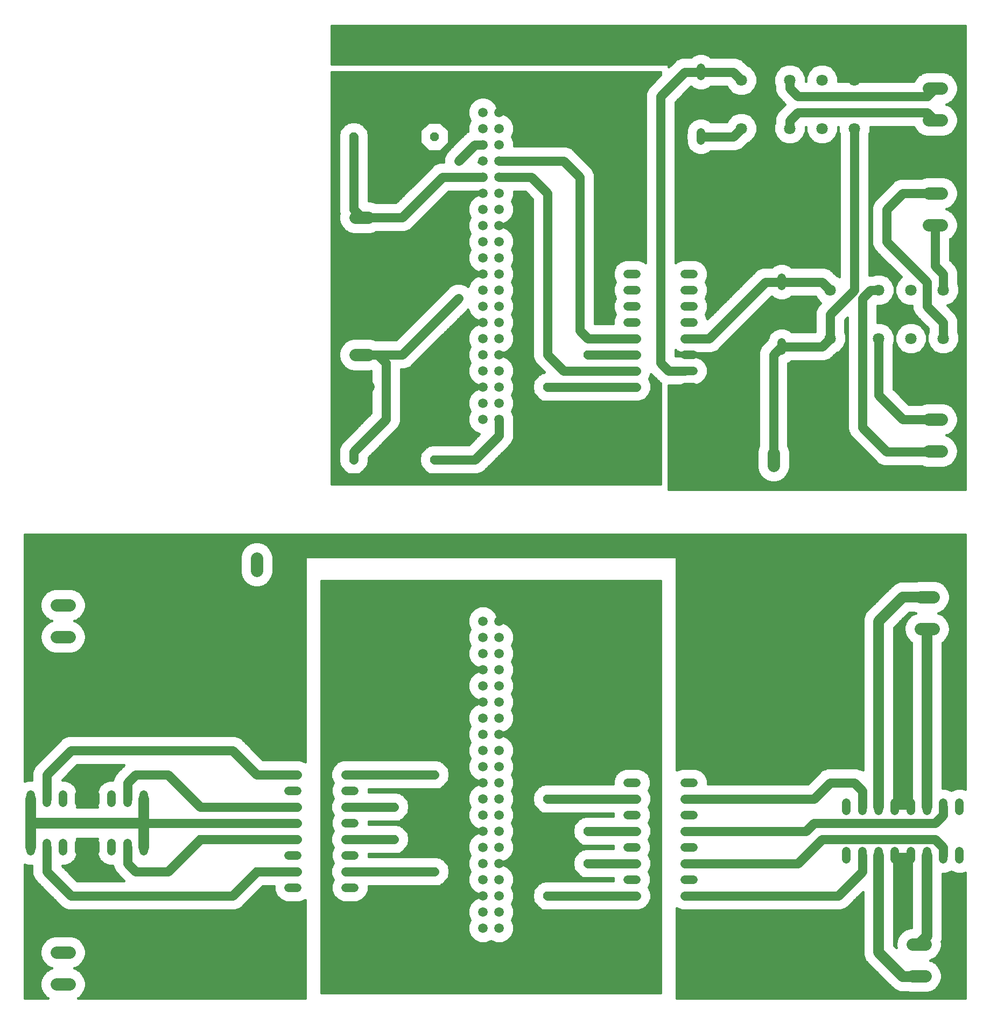
<source format=gbl>
G75*
%MOIN*%
%OFA0B0*%
%FSLAX25Y25*%
%IPPOS*%
%LPD*%
%AMOC8*
5,1,8,0,0,1.08239X$1,22.5*
%
%ADD10C,0.05200*%
%ADD11OC8,0.05200*%
%ADD12C,0.05937*%
%ADD13C,0.07800*%
%ADD14C,0.07087*%
%ADD15C,0.01600*%
%ADD16C,0.06600*%
%ADD17C,0.05600*%
%ADD18R,0.03962X0.03962*%
D10*
X0014167Y0099200D02*
X0014167Y0104400D01*
X0024167Y0104400D02*
X0024167Y0099200D01*
X0034167Y0099200D02*
X0034167Y0104400D01*
X0044167Y0104400D02*
X0044167Y0099200D01*
X0054167Y0099200D02*
X0054167Y0104400D01*
X0064167Y0104400D02*
X0064167Y0099200D01*
X0074167Y0099200D02*
X0074167Y0104400D01*
X0084167Y0104400D02*
X0084167Y0099200D01*
X0084167Y0129200D02*
X0084167Y0134400D01*
X0074167Y0134400D02*
X0074167Y0129200D01*
X0064167Y0129200D02*
X0064167Y0134400D01*
X0054167Y0134400D02*
X0054167Y0129200D01*
X0044167Y0129200D02*
X0044167Y0134400D01*
X0034167Y0134400D02*
X0034167Y0129200D01*
X0024167Y0129200D02*
X0024167Y0134400D01*
X0014167Y0134400D02*
X0014167Y0129200D01*
X0173967Y0126800D02*
X0179167Y0126800D01*
X0179167Y0116800D02*
X0173967Y0116800D01*
X0173967Y0106800D02*
X0179167Y0106800D01*
X0179167Y0096800D02*
X0173967Y0096800D01*
X0173967Y0086800D02*
X0179167Y0086800D01*
X0179167Y0076800D02*
X0173967Y0076800D01*
X0209167Y0076800D02*
X0214367Y0076800D01*
X0214367Y0086800D02*
X0209167Y0086800D01*
X0209167Y0096800D02*
X0214367Y0096800D01*
X0214367Y0106800D02*
X0209167Y0106800D01*
X0209167Y0116800D02*
X0214367Y0116800D01*
X0214367Y0126800D02*
X0209167Y0126800D01*
X0209167Y0136800D02*
X0214367Y0136800D01*
X0214367Y0146800D02*
X0209167Y0146800D01*
X0179167Y0146800D02*
X0173967Y0146800D01*
X0173967Y0136800D02*
X0179167Y0136800D01*
X0383967Y0131800D02*
X0389167Y0131800D01*
X0389167Y0141800D02*
X0383967Y0141800D01*
X0383967Y0121800D02*
X0389167Y0121800D01*
X0389167Y0111800D02*
X0383967Y0111800D01*
X0383967Y0101800D02*
X0389167Y0101800D01*
X0389167Y0091800D02*
X0383967Y0091800D01*
X0383967Y0081800D02*
X0389167Y0081800D01*
X0389167Y0071800D02*
X0383967Y0071800D01*
X0419167Y0071800D02*
X0424367Y0071800D01*
X0424367Y0081800D02*
X0419167Y0081800D01*
X0419167Y0091800D02*
X0424367Y0091800D01*
X0424367Y0101800D02*
X0419167Y0101800D01*
X0419167Y0111800D02*
X0424367Y0111800D01*
X0424367Y0121800D02*
X0419167Y0121800D01*
X0419167Y0131800D02*
X0424367Y0131800D01*
X0424367Y0141800D02*
X0419167Y0141800D01*
X0519167Y0129400D02*
X0519167Y0124200D01*
X0529167Y0124200D02*
X0529167Y0129400D01*
X0539167Y0129400D02*
X0539167Y0124200D01*
X0549167Y0124200D02*
X0549167Y0129400D01*
X0559167Y0129400D02*
X0559167Y0124200D01*
X0569167Y0124200D02*
X0569167Y0129400D01*
X0579167Y0129400D02*
X0579167Y0124200D01*
X0589167Y0124200D02*
X0589167Y0129400D01*
X0589167Y0099400D02*
X0589167Y0094200D01*
X0579167Y0094200D02*
X0579167Y0099400D01*
X0569167Y0099400D02*
X0569167Y0094200D01*
X0559167Y0094200D02*
X0559167Y0099400D01*
X0549167Y0099400D02*
X0549167Y0094200D01*
X0539167Y0094200D02*
X0539167Y0099400D01*
X0529167Y0099400D02*
X0529167Y0094200D01*
X0519167Y0094200D02*
X0519167Y0099400D01*
X0424367Y0386800D02*
X0419167Y0386800D01*
X0419167Y0396800D02*
X0424367Y0396800D01*
X0424367Y0406800D02*
X0419167Y0406800D01*
X0419167Y0416800D02*
X0424367Y0416800D01*
X0424367Y0426800D02*
X0419167Y0426800D01*
X0419167Y0436800D02*
X0424367Y0436800D01*
X0424367Y0446800D02*
X0419167Y0446800D01*
X0419167Y0456800D02*
X0424367Y0456800D01*
X0389167Y0456800D02*
X0383967Y0456800D01*
X0383967Y0446800D02*
X0389167Y0446800D01*
X0389167Y0436800D02*
X0383967Y0436800D01*
X0383967Y0426800D02*
X0389167Y0426800D01*
X0389167Y0416800D02*
X0383967Y0416800D01*
X0383967Y0406800D02*
X0389167Y0406800D01*
X0389167Y0396800D02*
X0383967Y0396800D01*
X0383967Y0386800D02*
X0389167Y0386800D01*
X0479167Y0409200D02*
X0479167Y0414400D01*
X0479167Y0449200D02*
X0479167Y0454400D01*
X0429167Y0539200D02*
X0429167Y0544400D01*
X0429167Y0579200D02*
X0429167Y0584400D01*
D11*
X0264167Y0541800D03*
X0214167Y0541800D03*
X0359167Y0406800D03*
X0334167Y0386800D03*
X0359167Y0356800D03*
X0334167Y0336800D03*
X0264167Y0341800D03*
X0214167Y0341800D03*
X0264167Y0196800D03*
X0239167Y0176800D03*
X0264167Y0146800D03*
X0239167Y0126800D03*
X0239167Y0106800D03*
X0264167Y0086800D03*
X0239167Y0056800D03*
X0264167Y0036800D03*
X0334167Y0021800D03*
X0359167Y0041800D03*
X0334167Y0071800D03*
X0359167Y0091800D03*
X0359167Y0111800D03*
X0334167Y0131800D03*
X0359167Y0161800D03*
X0334167Y0181800D03*
X0454167Y0181800D03*
X0484167Y0161800D03*
X0454167Y0131800D03*
X0484167Y0111800D03*
X0484167Y0091800D03*
X0454167Y0071800D03*
X0484167Y0041800D03*
X0454167Y0021800D03*
X0154167Y0036800D03*
X0119167Y0056800D03*
X0154167Y0086800D03*
X0119167Y0106800D03*
X0119167Y0126800D03*
X0154167Y0146800D03*
X0119167Y0176800D03*
X0154167Y0196800D03*
D12*
X0294167Y0191800D03*
X0304167Y0191800D03*
X0304167Y0201800D03*
X0294167Y0201800D03*
X0294167Y0211800D03*
X0304167Y0211800D03*
X0304167Y0221800D03*
X0294167Y0221800D03*
X0294167Y0231800D03*
X0304167Y0231800D03*
X0304167Y0241800D03*
X0294167Y0241800D03*
X0294167Y0181800D03*
X0304167Y0181800D03*
X0304167Y0171800D03*
X0304167Y0161800D03*
X0294167Y0161800D03*
X0294167Y0171800D03*
X0294167Y0151800D03*
X0304167Y0151800D03*
X0304167Y0141800D03*
X0304167Y0131800D03*
X0294167Y0131800D03*
X0294167Y0141800D03*
X0294167Y0121800D03*
X0304167Y0121800D03*
X0304167Y0111800D03*
X0294167Y0111800D03*
X0294167Y0101800D03*
X0304167Y0101800D03*
X0304167Y0091800D03*
X0304167Y0081800D03*
X0294167Y0081800D03*
X0294167Y0091800D03*
X0294167Y0071800D03*
X0304167Y0071800D03*
X0304167Y0061800D03*
X0304167Y0051800D03*
X0294167Y0051800D03*
X0294167Y0061800D03*
X0294167Y0366800D03*
X0304167Y0366800D03*
X0304167Y0376800D03*
X0294167Y0376800D03*
X0294167Y0386800D03*
X0304167Y0386800D03*
X0304167Y0396800D03*
X0304167Y0406800D03*
X0294167Y0406800D03*
X0294167Y0396800D03*
X0294167Y0416800D03*
X0304167Y0416800D03*
X0304167Y0426800D03*
X0294167Y0426800D03*
X0294167Y0436800D03*
X0304167Y0436800D03*
X0304167Y0446800D03*
X0304167Y0456800D03*
X0294167Y0456800D03*
X0294167Y0446800D03*
X0294167Y0466800D03*
X0304167Y0466800D03*
X0304167Y0476800D03*
X0304167Y0486800D03*
X0294167Y0486800D03*
X0294167Y0476800D03*
X0294167Y0496800D03*
X0304167Y0496800D03*
X0304167Y0506800D03*
X0294167Y0506800D03*
X0294167Y0516800D03*
X0304167Y0516800D03*
X0304167Y0526800D03*
X0304167Y0536800D03*
X0294167Y0536800D03*
X0294167Y0526800D03*
X0294167Y0546800D03*
X0304167Y0546800D03*
X0304167Y0556800D03*
X0294167Y0556800D03*
D13*
X0223067Y0491700D02*
X0215267Y0491700D01*
X0215267Y0472000D02*
X0223067Y0472000D01*
X0223067Y0406700D02*
X0215267Y0406700D01*
X0215267Y0387000D02*
X0223067Y0387000D01*
X0154067Y0280700D02*
X0154067Y0272900D01*
X0134367Y0272900D02*
X0134367Y0280700D01*
X0038067Y0251700D02*
X0030267Y0251700D01*
X0030267Y0232000D02*
X0038067Y0232000D01*
X0038067Y0036700D02*
X0030267Y0036700D01*
X0030267Y0017000D02*
X0038067Y0017000D01*
X0454367Y0337900D02*
X0454367Y0345700D01*
X0474067Y0345700D02*
X0474067Y0337900D01*
X0565267Y0256600D02*
X0573067Y0256600D01*
X0573067Y0236900D02*
X0565267Y0236900D01*
X0570267Y0347000D02*
X0578067Y0347000D01*
X0578067Y0366700D02*
X0570267Y0366700D01*
X0570267Y0487000D02*
X0578067Y0487000D01*
X0578067Y0506700D02*
X0570267Y0506700D01*
X0570267Y0551900D02*
X0578067Y0551900D01*
X0578067Y0571600D02*
X0570267Y0571600D01*
X0568067Y0041600D02*
X0560267Y0041600D01*
X0560267Y0021900D02*
X0568067Y0021900D01*
D14*
X0559167Y0416800D03*
X0579167Y0416800D03*
X0579167Y0446800D03*
X0559167Y0446800D03*
X0539167Y0446800D03*
X0539167Y0416800D03*
X0509167Y0416800D03*
X0509167Y0446800D03*
X0504167Y0546800D03*
X0524167Y0546800D03*
X0524167Y0576800D03*
X0504167Y0576800D03*
X0484167Y0576800D03*
X0484167Y0546800D03*
X0454167Y0546800D03*
X0454167Y0576800D03*
D15*
X0010567Y0090950D02*
X0010567Y0008200D01*
X0024909Y0008200D01*
X0023942Y0008758D01*
X0022025Y0010676D01*
X0020669Y0013024D01*
X0019967Y0015644D01*
X0019967Y0018356D01*
X0020669Y0020976D01*
X0022025Y0023324D01*
X0023942Y0025242D01*
X0026291Y0026598D01*
X0027231Y0026850D01*
X0026291Y0027102D01*
X0023942Y0028458D01*
X0022025Y0030376D01*
X0020669Y0032724D01*
X0019967Y0035344D01*
X0019967Y0038056D01*
X0020669Y0040676D01*
X0022025Y0043024D01*
X0023942Y0044942D01*
X0026291Y0046298D01*
X0028911Y0047000D01*
X0039423Y0047000D01*
X0042042Y0046298D01*
X0044391Y0044942D01*
X0046309Y0043024D01*
X0047665Y0040676D01*
X0048367Y0038056D01*
X0048367Y0035344D01*
X0047665Y0032724D01*
X0046309Y0030376D01*
X0044391Y0028458D01*
X0042042Y0027102D01*
X0041102Y0026850D01*
X0042042Y0026598D01*
X0044391Y0025242D01*
X0046309Y0023324D01*
X0047665Y0020976D01*
X0048367Y0018356D01*
X0048367Y0015644D01*
X0047665Y0013024D01*
X0046309Y0010676D01*
X0044391Y0008758D01*
X0043425Y0008200D01*
X0184167Y0008200D01*
X0184167Y0069130D01*
X0180957Y0067800D01*
X0172176Y0067800D01*
X0168869Y0069170D01*
X0166337Y0071702D01*
X0164967Y0075010D01*
X0164967Y0077600D01*
X0157977Y0077600D01*
X0146966Y0066589D01*
X0144378Y0064001D01*
X0140997Y0062600D01*
X0040997Y0062600D01*
X0037337Y0062600D01*
X0033955Y0064001D01*
X0018955Y0079001D01*
X0016367Y0081589D01*
X0014967Y0084970D01*
X0014967Y0090200D01*
X0012376Y0090200D01*
X0010567Y0090950D01*
X0010567Y0089718D02*
X0014967Y0089718D01*
X0014967Y0088120D02*
X0010567Y0088120D01*
X0010567Y0086521D02*
X0014967Y0086521D01*
X0014986Y0084923D02*
X0010567Y0084923D01*
X0010567Y0083324D02*
X0015648Y0083324D01*
X0016311Y0081726D02*
X0010567Y0081726D01*
X0010567Y0080127D02*
X0017829Y0080127D01*
X0019427Y0078529D02*
X0010567Y0078529D01*
X0010567Y0076930D02*
X0021026Y0076930D01*
X0022624Y0075332D02*
X0010567Y0075332D01*
X0010567Y0073733D02*
X0024223Y0073733D01*
X0025821Y0072134D02*
X0010567Y0072134D01*
X0010567Y0070536D02*
X0027420Y0070536D01*
X0029018Y0068937D02*
X0010567Y0068937D01*
X0010567Y0067339D02*
X0030617Y0067339D01*
X0032215Y0065740D02*
X0010567Y0065740D01*
X0010567Y0064142D02*
X0033814Y0064142D01*
X0027262Y0046558D02*
X0010567Y0046558D01*
X0010567Y0044960D02*
X0023973Y0044960D01*
X0022362Y0043361D02*
X0010567Y0043361D01*
X0010567Y0041763D02*
X0021296Y0041763D01*
X0020532Y0040164D02*
X0010567Y0040164D01*
X0010567Y0038566D02*
X0020103Y0038566D01*
X0019967Y0036967D02*
X0010567Y0036967D01*
X0010567Y0035369D02*
X0019967Y0035369D01*
X0020388Y0033770D02*
X0010567Y0033770D01*
X0010567Y0032172D02*
X0020988Y0032172D01*
X0021911Y0030573D02*
X0010567Y0030573D01*
X0010567Y0028975D02*
X0023426Y0028975D01*
X0025816Y0027376D02*
X0010567Y0027376D01*
X0010567Y0025778D02*
X0024870Y0025778D01*
X0022879Y0024179D02*
X0010567Y0024179D01*
X0010567Y0022581D02*
X0021595Y0022581D01*
X0020672Y0020982D02*
X0010567Y0020982D01*
X0010567Y0019384D02*
X0020242Y0019384D01*
X0019967Y0017785D02*
X0010567Y0017785D01*
X0010567Y0016187D02*
X0019967Y0016187D01*
X0020250Y0014588D02*
X0010567Y0014588D01*
X0010567Y0012990D02*
X0020689Y0012990D01*
X0021612Y0011391D02*
X0010567Y0011391D01*
X0010567Y0009793D02*
X0022908Y0009793D01*
X0042517Y0027376D02*
X0184167Y0027376D01*
X0184167Y0025778D02*
X0043463Y0025778D01*
X0045454Y0024179D02*
X0184167Y0024179D01*
X0184167Y0022581D02*
X0046738Y0022581D01*
X0047661Y0020982D02*
X0184167Y0020982D01*
X0184167Y0019384D02*
X0048091Y0019384D01*
X0048367Y0017785D02*
X0184167Y0017785D01*
X0184167Y0016187D02*
X0048367Y0016187D01*
X0048084Y0014588D02*
X0184167Y0014588D01*
X0184167Y0012990D02*
X0047645Y0012990D01*
X0046722Y0011391D02*
X0184167Y0011391D01*
X0184167Y0009793D02*
X0045426Y0009793D01*
X0044908Y0028975D02*
X0184167Y0028975D01*
X0184167Y0030573D02*
X0046423Y0030573D01*
X0047346Y0032172D02*
X0184167Y0032172D01*
X0184167Y0033770D02*
X0047945Y0033770D01*
X0048367Y0035369D02*
X0184167Y0035369D01*
X0184167Y0036967D02*
X0048367Y0036967D01*
X0048230Y0038566D02*
X0184167Y0038566D01*
X0184167Y0040164D02*
X0047802Y0040164D01*
X0047037Y0041763D02*
X0184167Y0041763D01*
X0184167Y0043361D02*
X0045972Y0043361D01*
X0044360Y0044960D02*
X0184167Y0044960D01*
X0184167Y0046558D02*
X0041071Y0046558D01*
X0010567Y0048157D02*
X0184167Y0048157D01*
X0184167Y0049755D02*
X0010567Y0049755D01*
X0010567Y0051354D02*
X0184167Y0051354D01*
X0184167Y0052952D02*
X0010567Y0052952D01*
X0010567Y0054551D02*
X0184167Y0054551D01*
X0184167Y0056149D02*
X0010567Y0056149D01*
X0010567Y0057748D02*
X0184167Y0057748D01*
X0184167Y0059346D02*
X0010567Y0059346D01*
X0010567Y0060945D02*
X0184167Y0060945D01*
X0184167Y0062543D02*
X0010567Y0062543D01*
X0035858Y0088120D02*
X0065733Y0088120D01*
X0066367Y0086589D02*
X0064967Y0089970D01*
X0064967Y0090200D01*
X0062376Y0090200D01*
X0059069Y0091570D01*
X0056537Y0094102D01*
X0055167Y0097410D01*
X0055167Y0106190D01*
X0055544Y0107100D01*
X0042790Y0107100D01*
X0043167Y0106190D01*
X0043167Y0097410D01*
X0041796Y0094102D01*
X0039265Y0091570D01*
X0035957Y0090200D01*
X0033777Y0090200D01*
X0042977Y0081000D01*
X0071956Y0081000D01*
X0068955Y0084001D01*
X0066367Y0086589D01*
X0066435Y0086521D02*
X0037456Y0086521D01*
X0039055Y0084923D02*
X0068033Y0084923D01*
X0069632Y0083324D02*
X0040653Y0083324D01*
X0042252Y0081726D02*
X0071230Y0081726D01*
X0065071Y0089718D02*
X0034259Y0089718D01*
X0038653Y0091317D02*
X0059681Y0091317D01*
X0057724Y0092915D02*
X0040610Y0092915D01*
X0041967Y0094514D02*
X0056366Y0094514D01*
X0055704Y0096112D02*
X0042629Y0096112D01*
X0043167Y0097711D02*
X0055167Y0097711D01*
X0055167Y0099309D02*
X0043167Y0099309D01*
X0043167Y0100908D02*
X0055167Y0100908D01*
X0055167Y0102506D02*
X0043167Y0102506D01*
X0043167Y0104105D02*
X0055167Y0104105D01*
X0055167Y0105703D02*
X0043167Y0105703D01*
X0042790Y0126500D02*
X0043167Y0127410D01*
X0043167Y0136190D01*
X0041796Y0139498D01*
X0039265Y0142030D01*
X0035957Y0143400D01*
X0033777Y0143400D01*
X0042977Y0152600D01*
X0071956Y0152600D01*
X0068955Y0149599D01*
X0066367Y0147011D01*
X0064967Y0143630D01*
X0064967Y0143400D01*
X0062376Y0143400D01*
X0059069Y0142030D01*
X0056537Y0139498D01*
X0055167Y0136190D01*
X0055167Y0127410D01*
X0055544Y0126500D01*
X0042790Y0126500D01*
X0043167Y0128082D02*
X0055167Y0128082D01*
X0055167Y0129681D02*
X0043167Y0129681D01*
X0043167Y0131279D02*
X0055167Y0131279D01*
X0055167Y0132878D02*
X0043167Y0132878D01*
X0043167Y0134476D02*
X0055167Y0134476D01*
X0055167Y0136075D02*
X0043167Y0136075D01*
X0042552Y0137673D02*
X0055781Y0137673D01*
X0056443Y0139272D02*
X0041890Y0139272D01*
X0040424Y0140870D02*
X0057909Y0140870D01*
X0060129Y0142469D02*
X0038204Y0142469D01*
X0036043Y0145666D02*
X0065810Y0145666D01*
X0065148Y0144068D02*
X0034445Y0144068D01*
X0037642Y0147265D02*
X0066620Y0147265D01*
X0068219Y0148863D02*
X0039240Y0148863D01*
X0040839Y0150462D02*
X0069817Y0150462D01*
X0071416Y0152060D02*
X0042437Y0152060D01*
X0029204Y0164848D02*
X0010567Y0164848D01*
X0010567Y0163250D02*
X0027606Y0163250D01*
X0026007Y0161651D02*
X0010567Y0161651D01*
X0010567Y0160053D02*
X0024409Y0160053D01*
X0022810Y0158454D02*
X0010567Y0158454D01*
X0010567Y0156856D02*
X0021211Y0156856D01*
X0019613Y0155257D02*
X0010567Y0155257D01*
X0010567Y0153659D02*
X0018014Y0153659D01*
X0016416Y0152060D02*
X0010567Y0152060D01*
X0010567Y0150462D02*
X0015725Y0150462D01*
X0016367Y0152011D02*
X0014967Y0148630D01*
X0014967Y0143400D01*
X0012376Y0143400D01*
X0010567Y0142650D01*
X0010567Y0295400D01*
X0592688Y0295400D01*
X0592688Y0137683D01*
X0590957Y0138400D01*
X0587376Y0138400D01*
X0584167Y0137070D01*
X0580957Y0138400D01*
X0578867Y0138400D01*
X0578867Y0228355D01*
X0579391Y0228658D01*
X0581309Y0230576D01*
X0582665Y0232924D01*
X0583367Y0235544D01*
X0583367Y0238256D01*
X0582665Y0240876D01*
X0581309Y0243224D01*
X0579391Y0245142D01*
X0577042Y0246498D01*
X0576102Y0246750D01*
X0577042Y0247002D01*
X0579391Y0248358D01*
X0581309Y0250276D01*
X0582665Y0252624D01*
X0583367Y0255244D01*
X0583367Y0257956D01*
X0582665Y0260576D01*
X0581309Y0262924D01*
X0579391Y0264842D01*
X0577042Y0266198D01*
X0574423Y0266900D01*
X0563911Y0266900D01*
X0562418Y0266500D01*
X0552237Y0266500D01*
X0548672Y0265023D01*
X0545943Y0262295D01*
X0530943Y0247295D01*
X0529467Y0243729D01*
X0529467Y0149511D01*
X0529378Y0149599D01*
X0525997Y0151000D01*
X0507337Y0151000D01*
X0503955Y0149599D01*
X0501367Y0147011D01*
X0495356Y0141000D01*
X0433367Y0141000D01*
X0433367Y0143590D01*
X0431996Y0146898D01*
X0429465Y0149430D01*
X0426157Y0150800D01*
X0417376Y0150800D01*
X0414167Y0149470D01*
X0414167Y0281800D01*
X0184167Y0281800D01*
X0184167Y0154687D01*
X0180997Y0156000D01*
X0157977Y0156000D01*
X0144378Y0169599D01*
X0140997Y0171000D01*
X0037337Y0171000D01*
X0033955Y0169599D01*
X0031367Y0167011D01*
X0016367Y0152011D01*
X0015063Y0148863D02*
X0010567Y0148863D01*
X0010567Y0147265D02*
X0014967Y0147265D01*
X0014967Y0145666D02*
X0010567Y0145666D01*
X0010567Y0144068D02*
X0014967Y0144068D01*
X0010567Y0166447D02*
X0030803Y0166447D01*
X0032401Y0168045D02*
X0010567Y0168045D01*
X0010567Y0169644D02*
X0034062Y0169644D01*
X0010567Y0171242D02*
X0184167Y0171242D01*
X0184167Y0169644D02*
X0144271Y0169644D01*
X0145932Y0168045D02*
X0184167Y0168045D01*
X0184167Y0166447D02*
X0147531Y0166447D01*
X0149129Y0164848D02*
X0184167Y0164848D01*
X0184167Y0163250D02*
X0150728Y0163250D01*
X0152326Y0161651D02*
X0184167Y0161651D01*
X0184167Y0160053D02*
X0153925Y0160053D01*
X0155523Y0158454D02*
X0184167Y0158454D01*
X0184167Y0156856D02*
X0157122Y0156856D01*
X0182790Y0155257D02*
X0184167Y0155257D01*
X0194167Y0155257D02*
X0205543Y0155257D01*
X0203955Y0154599D02*
X0207337Y0156000D01*
X0265997Y0156000D01*
X0266480Y0155800D01*
X0267895Y0155800D01*
X0268895Y0154799D01*
X0269378Y0154599D01*
X0271966Y0152011D01*
X0272166Y0151529D01*
X0273167Y0150528D01*
X0273167Y0149113D01*
X0273367Y0148630D01*
X0273367Y0144970D01*
X0273167Y0144487D01*
X0273167Y0143072D01*
X0272166Y0142071D01*
X0271966Y0141589D01*
X0269378Y0139001D01*
X0268895Y0138801D01*
X0267895Y0137800D01*
X0266480Y0137800D01*
X0265997Y0137600D01*
X0223367Y0137600D01*
X0223367Y0136000D01*
X0240997Y0136000D01*
X0241480Y0135800D01*
X0242895Y0135800D01*
X0243895Y0134799D01*
X0244378Y0134599D01*
X0246966Y0132011D01*
X0247166Y0131529D01*
X0248167Y0130528D01*
X0248167Y0129113D01*
X0248367Y0128630D01*
X0248367Y0124970D01*
X0248167Y0124487D01*
X0248167Y0123072D01*
X0247166Y0122071D01*
X0246966Y0121589D01*
X0244378Y0119001D01*
X0243895Y0118801D01*
X0242895Y0117800D01*
X0241480Y0117800D01*
X0240997Y0117600D01*
X0223367Y0117600D01*
X0223367Y0116000D01*
X0240997Y0116000D01*
X0241480Y0115800D01*
X0242895Y0115800D01*
X0243895Y0114799D01*
X0244378Y0114599D01*
X0246966Y0112011D01*
X0247166Y0111529D01*
X0248167Y0110528D01*
X0248167Y0109113D01*
X0248367Y0108630D01*
X0248367Y0104970D01*
X0248167Y0104487D01*
X0248167Y0103072D01*
X0247166Y0102071D01*
X0246966Y0101589D01*
X0244378Y0099001D01*
X0243895Y0098801D01*
X0242895Y0097800D01*
X0241480Y0097800D01*
X0240997Y0097600D01*
X0223367Y0097600D01*
X0223367Y0096000D01*
X0265997Y0096000D01*
X0266480Y0095800D01*
X0267895Y0095800D01*
X0268895Y0094799D01*
X0269378Y0094599D01*
X0271966Y0092011D01*
X0272166Y0091529D01*
X0273167Y0090528D01*
X0273167Y0089113D01*
X0273367Y0088630D01*
X0273367Y0084970D01*
X0273167Y0084487D01*
X0273167Y0083072D01*
X0272166Y0082071D01*
X0271966Y0081589D01*
X0269378Y0079001D01*
X0268895Y0078801D01*
X0267895Y0077800D01*
X0266480Y0077800D01*
X0265997Y0077600D01*
X0223367Y0077600D01*
X0223367Y0075010D01*
X0221996Y0071702D01*
X0219465Y0069170D01*
X0216157Y0067800D01*
X0207376Y0067800D01*
X0204069Y0069170D01*
X0201537Y0071702D01*
X0200167Y0075010D01*
X0200167Y0078590D01*
X0201397Y0081559D01*
X0201367Y0081589D01*
X0199967Y0084970D01*
X0199967Y0088630D01*
X0201367Y0092011D01*
X0201397Y0092041D01*
X0200167Y0095010D01*
X0200167Y0098590D01*
X0201397Y0101559D01*
X0201367Y0101589D01*
X0199967Y0104970D01*
X0199967Y0108630D01*
X0201367Y0112011D01*
X0201397Y0112041D01*
X0200167Y0115010D01*
X0200167Y0118590D01*
X0201397Y0121559D01*
X0201367Y0121589D01*
X0199967Y0124970D01*
X0199967Y0128630D01*
X0201367Y0132011D01*
X0201397Y0132041D01*
X0200167Y0135010D01*
X0200167Y0138590D01*
X0201397Y0141559D01*
X0201367Y0141589D01*
X0199967Y0144970D01*
X0199967Y0148630D01*
X0201367Y0152011D01*
X0203955Y0154599D01*
X0203014Y0153659D02*
X0194167Y0153659D01*
X0194167Y0152060D02*
X0201416Y0152060D01*
X0200725Y0150462D02*
X0194167Y0150462D01*
X0194167Y0148863D02*
X0200063Y0148863D01*
X0199967Y0147265D02*
X0194167Y0147265D01*
X0194167Y0145666D02*
X0199967Y0145666D01*
X0200340Y0144068D02*
X0194167Y0144068D01*
X0194167Y0142469D02*
X0201003Y0142469D01*
X0201111Y0140870D02*
X0194167Y0140870D01*
X0194167Y0139272D02*
X0200449Y0139272D01*
X0200167Y0137673D02*
X0194167Y0137673D01*
X0194167Y0136075D02*
X0200167Y0136075D01*
X0200388Y0134476D02*
X0194167Y0134476D01*
X0194167Y0132878D02*
X0201050Y0132878D01*
X0201064Y0131279D02*
X0194167Y0131279D01*
X0194167Y0129681D02*
X0200402Y0129681D01*
X0199967Y0128082D02*
X0194167Y0128082D01*
X0194167Y0126484D02*
X0199967Y0126484D01*
X0200002Y0124885D02*
X0194167Y0124885D01*
X0194167Y0123287D02*
X0200664Y0123287D01*
X0201326Y0121688D02*
X0194167Y0121688D01*
X0194167Y0120090D02*
X0200788Y0120090D01*
X0200167Y0118491D02*
X0194167Y0118491D01*
X0194167Y0116893D02*
X0200167Y0116893D01*
X0200167Y0115294D02*
X0194167Y0115294D01*
X0194167Y0113696D02*
X0200711Y0113696D01*
X0201373Y0112097D02*
X0194167Y0112097D01*
X0194167Y0110499D02*
X0200741Y0110499D01*
X0200079Y0108900D02*
X0194167Y0108900D01*
X0194167Y0107302D02*
X0199967Y0107302D01*
X0199967Y0105703D02*
X0194167Y0105703D01*
X0194167Y0104105D02*
X0200325Y0104105D01*
X0200987Y0102506D02*
X0194167Y0102506D01*
X0194167Y0100908D02*
X0201127Y0100908D01*
X0200464Y0099309D02*
X0194167Y0099309D01*
X0194167Y0097711D02*
X0200167Y0097711D01*
X0200167Y0096112D02*
X0194167Y0096112D01*
X0194167Y0094514D02*
X0200372Y0094514D01*
X0201034Y0092915D02*
X0194167Y0092915D01*
X0194167Y0091317D02*
X0201080Y0091317D01*
X0200417Y0089718D02*
X0194167Y0089718D01*
X0194167Y0088120D02*
X0199967Y0088120D01*
X0199967Y0086521D02*
X0194167Y0086521D01*
X0194167Y0084923D02*
X0199986Y0084923D01*
X0200648Y0083324D02*
X0194167Y0083324D01*
X0194167Y0081726D02*
X0201311Y0081726D01*
X0200803Y0080127D02*
X0194167Y0080127D01*
X0194167Y0078529D02*
X0200167Y0078529D01*
X0200167Y0076930D02*
X0194167Y0076930D01*
X0194167Y0075332D02*
X0200167Y0075332D01*
X0200696Y0073733D02*
X0194167Y0073733D01*
X0194167Y0072134D02*
X0201358Y0072134D01*
X0202703Y0070536D02*
X0194167Y0070536D01*
X0194167Y0068937D02*
X0204630Y0068937D01*
X0194167Y0067339D02*
X0286457Y0067339D01*
X0286224Y0067107D02*
X0284798Y0063664D01*
X0284798Y0059936D01*
X0286097Y0056800D01*
X0284798Y0053664D01*
X0284798Y0049936D01*
X0286224Y0046493D01*
X0288860Y0043858D01*
X0292303Y0042431D01*
X0296030Y0042431D01*
X0299167Y0043731D01*
X0302303Y0042431D01*
X0306030Y0042431D01*
X0309473Y0043858D01*
X0312109Y0046493D01*
X0313535Y0049936D01*
X0313535Y0053664D01*
X0312236Y0056800D01*
X0313535Y0059936D01*
X0313535Y0063664D01*
X0312236Y0066800D01*
X0313535Y0069936D01*
X0313535Y0073664D01*
X0312236Y0076800D01*
X0313535Y0079936D01*
X0313535Y0083664D01*
X0312109Y0087107D01*
X0309473Y0089742D01*
X0306030Y0091168D01*
X0303535Y0091168D01*
X0303535Y0092431D01*
X0306030Y0092431D01*
X0309473Y0093858D01*
X0312109Y0096493D01*
X0313535Y0099936D01*
X0313535Y0103664D01*
X0312236Y0106800D01*
X0313535Y0109936D01*
X0313535Y0113664D01*
X0312236Y0116800D01*
X0313535Y0119936D01*
X0313535Y0123664D01*
X0312236Y0126800D01*
X0313535Y0129936D01*
X0313535Y0133664D01*
X0312236Y0136800D01*
X0313535Y0139936D01*
X0313535Y0143664D01*
X0312236Y0146800D01*
X0313535Y0149936D01*
X0313535Y0153664D01*
X0312236Y0156800D01*
X0313535Y0159936D01*
X0313535Y0163664D01*
X0312109Y0167107D01*
X0309473Y0169742D01*
X0306030Y0171168D01*
X0303535Y0171168D01*
X0303535Y0172431D01*
X0306030Y0172431D01*
X0309473Y0173858D01*
X0312109Y0176493D01*
X0313535Y0179936D01*
X0313535Y0183664D01*
X0312236Y0186800D01*
X0313535Y0189936D01*
X0313535Y0193664D01*
X0312236Y0196800D01*
X0313535Y0199936D01*
X0313535Y0203664D01*
X0312236Y0206800D01*
X0313535Y0209936D01*
X0313535Y0213664D01*
X0312236Y0216800D01*
X0313535Y0219936D01*
X0313535Y0223664D01*
X0312236Y0226800D01*
X0313535Y0229936D01*
X0313535Y0233664D01*
X0312109Y0237107D01*
X0309473Y0239742D01*
X0306030Y0241168D01*
X0303535Y0241168D01*
X0303535Y0243664D01*
X0302109Y0247107D01*
X0299473Y0249742D01*
X0296030Y0251168D01*
X0292303Y0251168D01*
X0288860Y0249742D01*
X0286224Y0247107D01*
X0284798Y0243664D01*
X0284798Y0239936D01*
X0286097Y0236800D01*
X0284798Y0233664D01*
X0284798Y0229936D01*
X0286097Y0226800D01*
X0284798Y0223664D01*
X0284798Y0219936D01*
X0286224Y0216493D01*
X0288860Y0213858D01*
X0292303Y0212431D01*
X0294798Y0212431D01*
X0294798Y0211168D01*
X0292303Y0211168D01*
X0288860Y0209742D01*
X0286224Y0207107D01*
X0284798Y0203664D01*
X0284798Y0199936D01*
X0286224Y0196493D01*
X0288860Y0193858D01*
X0292303Y0192431D01*
X0294798Y0192431D01*
X0294798Y0191168D01*
X0292303Y0191168D01*
X0288860Y0189742D01*
X0286224Y0187107D01*
X0284798Y0183664D01*
X0284798Y0179936D01*
X0286097Y0176800D01*
X0284798Y0173664D01*
X0284798Y0169936D01*
X0286097Y0166800D01*
X0284798Y0163664D01*
X0284798Y0159936D01*
X0286097Y0156800D01*
X0284798Y0153664D01*
X0284798Y0149936D01*
X0286224Y0146493D01*
X0288860Y0143858D01*
X0292303Y0142431D01*
X0294798Y0142431D01*
X0294798Y0141168D01*
X0292303Y0141168D01*
X0288860Y0139742D01*
X0286224Y0137107D01*
X0284798Y0133664D01*
X0284798Y0129936D01*
X0286097Y0126800D01*
X0284798Y0123664D01*
X0284798Y0119936D01*
X0286224Y0116493D01*
X0288860Y0113858D01*
X0292303Y0112431D01*
X0294798Y0112431D01*
X0294798Y0111168D01*
X0292303Y0111168D01*
X0288860Y0109742D01*
X0286224Y0107107D01*
X0284798Y0103664D01*
X0284798Y0099936D01*
X0286097Y0096800D01*
X0284798Y0093664D01*
X0284798Y0089936D01*
X0286097Y0086800D01*
X0284798Y0083664D01*
X0284798Y0079936D01*
X0286224Y0076493D01*
X0288860Y0073858D01*
X0292303Y0072431D01*
X0294798Y0072431D01*
X0294798Y0071168D01*
X0292303Y0071168D01*
X0288860Y0069742D01*
X0286224Y0067107D01*
X0285658Y0065740D02*
X0194167Y0065740D01*
X0194167Y0064142D02*
X0284996Y0064142D01*
X0284798Y0062543D02*
X0194167Y0062543D01*
X0194167Y0060945D02*
X0284798Y0060945D01*
X0285043Y0059346D02*
X0194167Y0059346D01*
X0194167Y0057748D02*
X0285705Y0057748D01*
X0285828Y0056149D02*
X0194167Y0056149D01*
X0194167Y0054551D02*
X0285166Y0054551D01*
X0284798Y0052952D02*
X0194167Y0052952D01*
X0194167Y0051354D02*
X0284798Y0051354D01*
X0284873Y0049755D02*
X0194167Y0049755D01*
X0194167Y0048157D02*
X0285535Y0048157D01*
X0286197Y0046558D02*
X0194167Y0046558D01*
X0194167Y0044960D02*
X0287758Y0044960D01*
X0290058Y0043361D02*
X0194167Y0043361D01*
X0194167Y0041763D02*
X0404167Y0041763D01*
X0404167Y0043361D02*
X0308275Y0043361D01*
X0310576Y0044960D02*
X0404167Y0044960D01*
X0404167Y0046558D02*
X0312136Y0046558D01*
X0312798Y0048157D02*
X0404167Y0048157D01*
X0404167Y0049755D02*
X0313460Y0049755D01*
X0313535Y0051354D02*
X0404167Y0051354D01*
X0404167Y0052952D02*
X0313535Y0052952D01*
X0313168Y0054551D02*
X0404167Y0054551D01*
X0404167Y0056149D02*
X0312505Y0056149D01*
X0312629Y0057748D02*
X0404167Y0057748D01*
X0404167Y0059346D02*
X0313291Y0059346D01*
X0313535Y0060945D02*
X0404167Y0060945D01*
X0404167Y0062543D02*
X0313535Y0062543D01*
X0313337Y0064142D02*
X0328814Y0064142D01*
X0328955Y0064001D02*
X0329438Y0063801D01*
X0330439Y0062800D01*
X0331854Y0062800D01*
X0332337Y0062600D01*
X0390997Y0062600D01*
X0394378Y0064001D01*
X0396966Y0066589D01*
X0398367Y0069970D01*
X0398367Y0073630D01*
X0396966Y0077011D01*
X0396937Y0077041D01*
X0398167Y0080010D01*
X0398167Y0083590D01*
X0396937Y0086559D01*
X0396966Y0086589D01*
X0398367Y0089970D01*
X0398367Y0093630D01*
X0396966Y0097011D01*
X0396937Y0097041D01*
X0398167Y0100010D01*
X0398167Y0103590D01*
X0396937Y0106559D01*
X0396966Y0106589D01*
X0398367Y0109970D01*
X0398367Y0113630D01*
X0396966Y0117011D01*
X0396937Y0117041D01*
X0398167Y0120010D01*
X0398167Y0123590D01*
X0396937Y0126559D01*
X0396966Y0126589D01*
X0398367Y0129970D01*
X0398367Y0133630D01*
X0396966Y0137011D01*
X0396937Y0137041D01*
X0398167Y0140010D01*
X0398167Y0143590D01*
X0396796Y0146898D01*
X0394265Y0149430D01*
X0390957Y0150800D01*
X0382176Y0150800D01*
X0378869Y0149430D01*
X0376337Y0146898D01*
X0374967Y0143590D01*
X0374967Y0141000D01*
X0332337Y0141000D01*
X0331854Y0140800D01*
X0330439Y0140800D01*
X0329438Y0139799D01*
X0328955Y0139599D01*
X0326367Y0137011D01*
X0326167Y0136529D01*
X0325167Y0135528D01*
X0325167Y0134113D01*
X0324967Y0133630D01*
X0324967Y0129970D01*
X0325167Y0129487D01*
X0325167Y0128072D01*
X0326167Y0127071D01*
X0326367Y0126589D01*
X0328955Y0124001D01*
X0329438Y0123801D01*
X0330439Y0122800D01*
X0331854Y0122800D01*
X0332337Y0122600D01*
X0374967Y0122600D01*
X0374967Y0121000D01*
X0357337Y0121000D01*
X0356854Y0120800D01*
X0355439Y0120800D01*
X0354438Y0119799D01*
X0353955Y0119599D01*
X0351367Y0117011D01*
X0351167Y0116529D01*
X0350167Y0115528D01*
X0350167Y0114113D01*
X0349967Y0113630D01*
X0349967Y0109970D01*
X0350167Y0109487D01*
X0350167Y0108072D01*
X0351167Y0107071D01*
X0351367Y0106589D01*
X0353955Y0104001D01*
X0354438Y0103801D01*
X0355439Y0102800D01*
X0356854Y0102800D01*
X0357337Y0102600D01*
X0374967Y0102600D01*
X0374967Y0101000D01*
X0357337Y0101000D01*
X0356854Y0100800D01*
X0355439Y0100800D01*
X0354438Y0099799D01*
X0353955Y0099599D01*
X0351367Y0097011D01*
X0351167Y0096529D01*
X0350167Y0095528D01*
X0350167Y0094113D01*
X0349967Y0093630D01*
X0349967Y0089970D01*
X0350167Y0089487D01*
X0350167Y0088072D01*
X0351167Y0087071D01*
X0351367Y0086589D01*
X0353955Y0084001D01*
X0354438Y0083801D01*
X0355439Y0082800D01*
X0356854Y0082800D01*
X0357337Y0082600D01*
X0374967Y0082600D01*
X0374967Y0081000D01*
X0332337Y0081000D01*
X0331854Y0080800D01*
X0330439Y0080800D01*
X0329438Y0079799D01*
X0328955Y0079599D01*
X0326367Y0077011D01*
X0326167Y0076529D01*
X0325167Y0075528D01*
X0325167Y0074113D01*
X0324967Y0073630D01*
X0324967Y0069970D01*
X0325167Y0069487D01*
X0325167Y0068072D01*
X0326167Y0067071D01*
X0326367Y0066589D01*
X0328955Y0064001D01*
X0327215Y0065740D02*
X0312675Y0065740D01*
X0312459Y0067339D02*
X0325900Y0067339D01*
X0325167Y0068937D02*
X0313121Y0068937D01*
X0313535Y0070536D02*
X0324967Y0070536D01*
X0324967Y0072134D02*
X0313535Y0072134D01*
X0313506Y0073733D02*
X0325009Y0073733D01*
X0325167Y0075332D02*
X0312844Y0075332D01*
X0312290Y0076930D02*
X0326334Y0076930D01*
X0327884Y0078529D02*
X0312952Y0078529D01*
X0313535Y0080127D02*
X0329766Y0080127D01*
X0313535Y0081726D02*
X0374967Y0081726D01*
X0354915Y0083324D02*
X0313535Y0083324D01*
X0313014Y0084923D02*
X0353033Y0084923D01*
X0351435Y0086521D02*
X0312352Y0086521D01*
X0311096Y0088120D02*
X0350167Y0088120D01*
X0350071Y0089718D02*
X0309498Y0089718D01*
X0307198Y0092915D02*
X0349967Y0092915D01*
X0349967Y0091317D02*
X0303535Y0091317D01*
X0310129Y0094514D02*
X0350167Y0094514D01*
X0350751Y0096112D02*
X0311728Y0096112D01*
X0312613Y0097711D02*
X0352067Y0097711D01*
X0353665Y0099309D02*
X0313275Y0099309D01*
X0313535Y0100908D02*
X0357114Y0100908D01*
X0353851Y0104105D02*
X0313352Y0104105D01*
X0313535Y0102506D02*
X0374967Y0102506D01*
X0374967Y0121688D02*
X0313535Y0121688D01*
X0313535Y0120090D02*
X0354729Y0120090D01*
X0352847Y0118491D02*
X0312937Y0118491D01*
X0312274Y0116893D02*
X0351318Y0116893D01*
X0350167Y0115294D02*
X0312860Y0115294D01*
X0313522Y0113696D02*
X0349994Y0113696D01*
X0349967Y0112097D02*
X0313535Y0112097D01*
X0313535Y0110499D02*
X0349967Y0110499D01*
X0350167Y0108900D02*
X0313106Y0108900D01*
X0312444Y0107302D02*
X0350937Y0107302D01*
X0352253Y0105703D02*
X0312690Y0105703D01*
X0313535Y0123287D02*
X0329952Y0123287D01*
X0328071Y0124885D02*
X0313029Y0124885D01*
X0312367Y0126484D02*
X0326472Y0126484D01*
X0325167Y0128082D02*
X0312767Y0128082D01*
X0313429Y0129681D02*
X0325086Y0129681D01*
X0324967Y0131279D02*
X0313535Y0131279D01*
X0313535Y0132878D02*
X0324967Y0132878D01*
X0325167Y0134476D02*
X0313198Y0134476D01*
X0312536Y0136075D02*
X0325714Y0136075D01*
X0327029Y0137673D02*
X0312598Y0137673D01*
X0313260Y0139272D02*
X0328628Y0139272D01*
X0332024Y0140870D02*
X0313535Y0140870D01*
X0313535Y0142469D02*
X0374967Y0142469D01*
X0375164Y0144068D02*
X0313368Y0144068D01*
X0312706Y0145666D02*
X0375826Y0145666D01*
X0376703Y0147265D02*
X0312428Y0147265D01*
X0313091Y0148863D02*
X0378302Y0148863D01*
X0381359Y0150462D02*
X0313535Y0150462D01*
X0313535Y0152060D02*
X0404167Y0152060D01*
X0404167Y0150462D02*
X0391774Y0150462D01*
X0394832Y0148863D02*
X0404167Y0148863D01*
X0404167Y0147265D02*
X0396430Y0147265D01*
X0397307Y0145666D02*
X0404167Y0145666D01*
X0404167Y0144068D02*
X0397969Y0144068D01*
X0398167Y0142469D02*
X0404167Y0142469D01*
X0404167Y0140870D02*
X0398167Y0140870D01*
X0397861Y0139272D02*
X0404167Y0139272D01*
X0404167Y0137673D02*
X0397199Y0137673D01*
X0397354Y0136075D02*
X0404167Y0136075D01*
X0404167Y0134476D02*
X0398016Y0134476D01*
X0398367Y0132878D02*
X0404167Y0132878D01*
X0404167Y0131279D02*
X0398367Y0131279D01*
X0398247Y0129681D02*
X0404167Y0129681D01*
X0404167Y0128082D02*
X0397585Y0128082D01*
X0396968Y0126484D02*
X0404167Y0126484D01*
X0404167Y0124885D02*
X0397630Y0124885D01*
X0398167Y0123287D02*
X0404167Y0123287D01*
X0404167Y0121688D02*
X0398167Y0121688D01*
X0398167Y0120090D02*
X0404167Y0120090D01*
X0404167Y0118491D02*
X0397538Y0118491D01*
X0397015Y0116893D02*
X0404167Y0116893D01*
X0404167Y0115294D02*
X0397677Y0115294D01*
X0398339Y0113696D02*
X0404167Y0113696D01*
X0404167Y0112097D02*
X0398367Y0112097D01*
X0398367Y0110499D02*
X0404167Y0110499D01*
X0404167Y0108900D02*
X0397924Y0108900D01*
X0397261Y0107302D02*
X0404167Y0107302D01*
X0404167Y0105703D02*
X0397291Y0105703D01*
X0397954Y0104105D02*
X0404167Y0104105D01*
X0404167Y0102506D02*
X0398167Y0102506D01*
X0398167Y0100908D02*
X0404167Y0100908D01*
X0404167Y0099309D02*
X0397876Y0099309D01*
X0397214Y0097711D02*
X0404167Y0097711D01*
X0404167Y0096112D02*
X0397339Y0096112D01*
X0398001Y0094514D02*
X0404167Y0094514D01*
X0404167Y0092915D02*
X0398367Y0092915D01*
X0398367Y0091317D02*
X0404167Y0091317D01*
X0404167Y0089718D02*
X0398262Y0089718D01*
X0397600Y0088120D02*
X0404167Y0088120D01*
X0404167Y0086521D02*
X0396953Y0086521D01*
X0397615Y0084923D02*
X0404167Y0084923D01*
X0404167Y0083324D02*
X0398167Y0083324D01*
X0398167Y0081726D02*
X0404167Y0081726D01*
X0404167Y0080127D02*
X0398167Y0080127D01*
X0397553Y0078529D02*
X0404167Y0078529D01*
X0404167Y0076930D02*
X0397000Y0076930D01*
X0397662Y0075332D02*
X0404167Y0075332D01*
X0404167Y0073733D02*
X0398324Y0073733D01*
X0398367Y0072134D02*
X0404167Y0072134D01*
X0404167Y0070536D02*
X0398367Y0070536D01*
X0397939Y0068937D02*
X0404167Y0068937D01*
X0404167Y0067339D02*
X0397277Y0067339D01*
X0396118Y0065740D02*
X0404167Y0065740D01*
X0404167Y0064142D02*
X0394519Y0064142D01*
X0414167Y0063913D02*
X0417337Y0062600D01*
X0515997Y0062600D01*
X0519378Y0064001D01*
X0529467Y0074089D01*
X0529467Y0034871D01*
X0530943Y0031305D01*
X0545943Y0016305D01*
X0548672Y0013577D01*
X0552237Y0012100D01*
X0557045Y0012100D01*
X0558911Y0011600D01*
X0569423Y0011600D01*
X0572042Y0012302D01*
X0574391Y0013658D01*
X0576309Y0015576D01*
X0577665Y0017924D01*
X0578367Y0020544D01*
X0578367Y0023256D01*
X0577665Y0025876D01*
X0576309Y0028224D01*
X0574391Y0030142D01*
X0572042Y0031498D01*
X0571102Y0031750D01*
X0572042Y0032002D01*
X0574391Y0033358D01*
X0576309Y0035276D01*
X0577665Y0037624D01*
X0578367Y0040244D01*
X0578367Y0042956D01*
X0578284Y0043264D01*
X0578867Y0044671D01*
X0578867Y0085200D01*
X0580957Y0085200D01*
X0584167Y0086530D01*
X0587376Y0085200D01*
X0590957Y0085200D01*
X0592688Y0085917D01*
X0592688Y0008200D01*
X0414167Y0008200D01*
X0414167Y0063913D01*
X0414167Y0062543D02*
X0529467Y0062543D01*
X0529467Y0060945D02*
X0414167Y0060945D01*
X0414167Y0059346D02*
X0529467Y0059346D01*
X0529467Y0057748D02*
X0414167Y0057748D01*
X0414167Y0056149D02*
X0529467Y0056149D01*
X0529467Y0054551D02*
X0414167Y0054551D01*
X0414167Y0052952D02*
X0529467Y0052952D01*
X0529467Y0051354D02*
X0414167Y0051354D01*
X0414167Y0049755D02*
X0529467Y0049755D01*
X0529467Y0048157D02*
X0414167Y0048157D01*
X0414167Y0046558D02*
X0529467Y0046558D01*
X0529467Y0044960D02*
X0414167Y0044960D01*
X0414167Y0043361D02*
X0529467Y0043361D01*
X0529467Y0041763D02*
X0414167Y0041763D01*
X0414167Y0040164D02*
X0529467Y0040164D01*
X0529467Y0038566D02*
X0414167Y0038566D01*
X0414167Y0036967D02*
X0529467Y0036967D01*
X0529467Y0035369D02*
X0414167Y0035369D01*
X0414167Y0033770D02*
X0529922Y0033770D01*
X0530585Y0032172D02*
X0414167Y0032172D01*
X0414167Y0030573D02*
X0531676Y0030573D01*
X0533274Y0028975D02*
X0414167Y0028975D01*
X0414167Y0027376D02*
X0534873Y0027376D01*
X0536471Y0025778D02*
X0414167Y0025778D01*
X0414167Y0024179D02*
X0538070Y0024179D01*
X0539668Y0022581D02*
X0414167Y0022581D01*
X0414167Y0020982D02*
X0541267Y0020982D01*
X0542865Y0019384D02*
X0414167Y0019384D01*
X0414167Y0017785D02*
X0544464Y0017785D01*
X0545943Y0016305D02*
X0545943Y0016305D01*
X0546062Y0016187D02*
X0414167Y0016187D01*
X0414167Y0014588D02*
X0547661Y0014588D01*
X0550090Y0012990D02*
X0414167Y0012990D01*
X0414167Y0011391D02*
X0592688Y0011391D01*
X0592688Y0009793D02*
X0414167Y0009793D01*
X0404167Y0011800D02*
X0194167Y0011800D01*
X0194167Y0266800D01*
X0404167Y0266800D01*
X0404167Y0011800D01*
X0404167Y0012990D02*
X0194167Y0012990D01*
X0194167Y0014588D02*
X0404167Y0014588D01*
X0404167Y0016187D02*
X0194167Y0016187D01*
X0194167Y0017785D02*
X0404167Y0017785D01*
X0404167Y0019384D02*
X0194167Y0019384D01*
X0194167Y0020982D02*
X0404167Y0020982D01*
X0404167Y0022581D02*
X0194167Y0022581D01*
X0194167Y0024179D02*
X0404167Y0024179D01*
X0404167Y0025778D02*
X0194167Y0025778D01*
X0194167Y0027376D02*
X0404167Y0027376D01*
X0404167Y0028975D02*
X0194167Y0028975D01*
X0194167Y0030573D02*
X0404167Y0030573D01*
X0404167Y0032172D02*
X0194167Y0032172D01*
X0194167Y0033770D02*
X0404167Y0033770D01*
X0404167Y0035369D02*
X0194167Y0035369D01*
X0194167Y0036967D02*
X0404167Y0036967D01*
X0404167Y0038566D02*
X0194167Y0038566D01*
X0194167Y0040164D02*
X0404167Y0040164D01*
X0300058Y0043361D02*
X0298275Y0043361D01*
X0288055Y0068937D02*
X0218903Y0068937D01*
X0220831Y0070536D02*
X0290776Y0070536D01*
X0289161Y0073733D02*
X0222838Y0073733D01*
X0223367Y0075332D02*
X0287386Y0075332D01*
X0286043Y0076930D02*
X0223367Y0076930D01*
X0222176Y0072134D02*
X0294798Y0072134D01*
X0285381Y0078529D02*
X0268623Y0078529D01*
X0270504Y0080127D02*
X0284798Y0080127D01*
X0284798Y0081726D02*
X0272023Y0081726D01*
X0273167Y0083324D02*
X0284798Y0083324D01*
X0285320Y0084923D02*
X0273347Y0084923D01*
X0273367Y0086521D02*
X0285982Y0086521D01*
X0285551Y0088120D02*
X0273367Y0088120D01*
X0273167Y0089718D02*
X0284889Y0089718D01*
X0284798Y0091317D02*
X0272378Y0091317D01*
X0271062Y0092915D02*
X0284798Y0092915D01*
X0285150Y0094514D02*
X0269464Y0094514D01*
X0285058Y0099309D02*
X0244687Y0099309D01*
X0246285Y0100908D02*
X0284798Y0100908D01*
X0284798Y0102506D02*
X0247601Y0102506D01*
X0248167Y0104105D02*
X0284981Y0104105D01*
X0285643Y0105703D02*
X0248367Y0105703D01*
X0248367Y0107302D02*
X0286419Y0107302D01*
X0288018Y0108900D02*
X0248255Y0108900D01*
X0248167Y0110499D02*
X0290686Y0110499D01*
X0289251Y0113696D02*
X0245282Y0113696D01*
X0246880Y0112097D02*
X0294798Y0112097D01*
X0287423Y0115294D02*
X0243400Y0115294D01*
X0243586Y0118491D02*
X0285397Y0118491D01*
X0284798Y0120090D02*
X0245467Y0120090D01*
X0247007Y0121688D02*
X0284798Y0121688D01*
X0284798Y0123287D02*
X0248167Y0123287D01*
X0248332Y0124885D02*
X0285304Y0124885D01*
X0285966Y0126484D02*
X0248367Y0126484D01*
X0248367Y0128082D02*
X0285566Y0128082D01*
X0284904Y0129681D02*
X0248167Y0129681D01*
X0247415Y0131279D02*
X0284798Y0131279D01*
X0284798Y0132878D02*
X0246099Y0132878D01*
X0244501Y0134476D02*
X0285135Y0134476D01*
X0285797Y0136075D02*
X0223367Y0136075D01*
X0223367Y0116893D02*
X0286059Y0116893D01*
X0285720Y0097711D02*
X0241264Y0097711D01*
X0223367Y0096112D02*
X0285812Y0096112D01*
X0286791Y0137673D02*
X0266174Y0137673D01*
X0269649Y0139272D02*
X0288390Y0139272D01*
X0291584Y0140870D02*
X0271248Y0140870D01*
X0272564Y0142469D02*
X0292213Y0142469D01*
X0288650Y0144068D02*
X0273167Y0144068D01*
X0273367Y0145666D02*
X0287052Y0145666D01*
X0285905Y0147265D02*
X0273367Y0147265D01*
X0273270Y0148863D02*
X0285243Y0148863D01*
X0284798Y0150462D02*
X0273167Y0150462D01*
X0271917Y0152060D02*
X0284798Y0152060D01*
X0284798Y0153659D02*
X0270319Y0153659D01*
X0268437Y0155257D02*
X0285458Y0155257D01*
X0286074Y0156856D02*
X0194167Y0156856D01*
X0194167Y0158454D02*
X0285412Y0158454D01*
X0284798Y0160053D02*
X0194167Y0160053D01*
X0194167Y0161651D02*
X0284798Y0161651D01*
X0284798Y0163250D02*
X0194167Y0163250D01*
X0194167Y0164848D02*
X0285289Y0164848D01*
X0285951Y0166447D02*
X0194167Y0166447D01*
X0194167Y0168045D02*
X0285582Y0168045D01*
X0284919Y0169644D02*
X0194167Y0169644D01*
X0194167Y0171242D02*
X0284798Y0171242D01*
X0284798Y0172841D02*
X0194167Y0172841D01*
X0194167Y0174439D02*
X0285119Y0174439D01*
X0285782Y0176038D02*
X0194167Y0176038D01*
X0194167Y0177636D02*
X0285751Y0177636D01*
X0285089Y0179235D02*
X0194167Y0179235D01*
X0194167Y0180833D02*
X0284798Y0180833D01*
X0284798Y0182432D02*
X0194167Y0182432D01*
X0194167Y0184030D02*
X0284950Y0184030D01*
X0285612Y0185629D02*
X0194167Y0185629D01*
X0194167Y0187227D02*
X0286345Y0187227D01*
X0287943Y0188826D02*
X0194167Y0188826D01*
X0194167Y0190424D02*
X0290507Y0190424D01*
X0289431Y0193621D02*
X0194167Y0193621D01*
X0194167Y0192023D02*
X0294798Y0192023D01*
X0287498Y0195220D02*
X0194167Y0195220D01*
X0194167Y0196818D02*
X0286090Y0196818D01*
X0285428Y0198417D02*
X0194167Y0198417D01*
X0194167Y0200015D02*
X0284798Y0200015D01*
X0284798Y0201614D02*
X0194167Y0201614D01*
X0194167Y0203212D02*
X0284798Y0203212D01*
X0285273Y0204811D02*
X0194167Y0204811D01*
X0194167Y0206409D02*
X0285936Y0206409D01*
X0287126Y0208008D02*
X0194167Y0208008D01*
X0194167Y0209606D02*
X0288724Y0209606D01*
X0291405Y0212803D02*
X0194167Y0212803D01*
X0194167Y0211205D02*
X0294798Y0211205D01*
X0288316Y0214402D02*
X0194167Y0214402D01*
X0194167Y0216001D02*
X0286717Y0216001D01*
X0285766Y0217599D02*
X0194167Y0217599D01*
X0194167Y0219198D02*
X0285104Y0219198D01*
X0284798Y0220796D02*
X0194167Y0220796D01*
X0194167Y0222395D02*
X0284798Y0222395D01*
X0284935Y0223993D02*
X0194167Y0223993D01*
X0194167Y0225592D02*
X0285597Y0225592D01*
X0285936Y0227190D02*
X0194167Y0227190D01*
X0194167Y0228789D02*
X0285274Y0228789D01*
X0284798Y0230387D02*
X0194167Y0230387D01*
X0194167Y0231986D02*
X0284798Y0231986D01*
X0284798Y0233584D02*
X0194167Y0233584D01*
X0194167Y0235183D02*
X0285427Y0235183D01*
X0286090Y0236781D02*
X0194167Y0236781D01*
X0194167Y0238380D02*
X0285443Y0238380D01*
X0284798Y0239978D02*
X0194167Y0239978D01*
X0194167Y0241577D02*
X0284798Y0241577D01*
X0284798Y0243175D02*
X0194167Y0243175D01*
X0194167Y0244774D02*
X0285258Y0244774D01*
X0285920Y0246372D02*
X0194167Y0246372D01*
X0194167Y0247971D02*
X0287088Y0247971D01*
X0288687Y0249569D02*
X0194167Y0249569D01*
X0194167Y0251168D02*
X0292301Y0251168D01*
X0296032Y0251168D02*
X0404167Y0251168D01*
X0404167Y0252766D02*
X0194167Y0252766D01*
X0194167Y0254365D02*
X0404167Y0254365D01*
X0404167Y0255963D02*
X0194167Y0255963D01*
X0194167Y0257562D02*
X0404167Y0257562D01*
X0404167Y0259160D02*
X0194167Y0259160D01*
X0194167Y0260759D02*
X0404167Y0260759D01*
X0404167Y0262357D02*
X0194167Y0262357D01*
X0194167Y0263956D02*
X0404167Y0263956D01*
X0404167Y0265554D02*
X0194167Y0265554D01*
X0184167Y0265554D02*
X0161287Y0265554D01*
X0160391Y0264658D02*
X0162309Y0266576D01*
X0163665Y0268924D01*
X0164367Y0271544D01*
X0164367Y0282056D01*
X0163665Y0284676D01*
X0162309Y0287024D01*
X0160391Y0288942D01*
X0158042Y0290298D01*
X0155423Y0291000D01*
X0152711Y0291000D01*
X0150091Y0290298D01*
X0147742Y0288942D01*
X0145825Y0287024D01*
X0144469Y0284676D01*
X0143767Y0282056D01*
X0143767Y0271544D01*
X0144469Y0268924D01*
X0145825Y0266576D01*
X0147742Y0264658D01*
X0150091Y0263302D01*
X0152711Y0262600D01*
X0155423Y0262600D01*
X0158042Y0263302D01*
X0160391Y0264658D01*
X0159175Y0263956D02*
X0184167Y0263956D01*
X0184167Y0262357D02*
X0010567Y0262357D01*
X0010567Y0260759D02*
X0025357Y0260759D01*
X0026291Y0261298D02*
X0023942Y0259942D01*
X0022025Y0258024D01*
X0020669Y0255676D01*
X0019967Y0253056D01*
X0019967Y0250344D01*
X0020669Y0247724D01*
X0022025Y0245376D01*
X0023942Y0243458D01*
X0026291Y0242102D01*
X0027231Y0241850D01*
X0026291Y0241598D01*
X0023942Y0240242D01*
X0022025Y0238324D01*
X0020669Y0235976D01*
X0019967Y0233356D01*
X0019967Y0230644D01*
X0020669Y0228024D01*
X0022025Y0225676D01*
X0023942Y0223758D01*
X0026291Y0222402D01*
X0028911Y0221700D01*
X0039423Y0221700D01*
X0042042Y0222402D01*
X0044391Y0223758D01*
X0046309Y0225676D01*
X0047665Y0228024D01*
X0048367Y0230644D01*
X0048367Y0233356D01*
X0047665Y0235976D01*
X0046309Y0238324D01*
X0044391Y0240242D01*
X0042042Y0241598D01*
X0041102Y0241850D01*
X0042042Y0242102D01*
X0044391Y0243458D01*
X0046309Y0245376D01*
X0047665Y0247724D01*
X0048367Y0250344D01*
X0048367Y0253056D01*
X0047665Y0255676D01*
X0046309Y0258024D01*
X0044391Y0259942D01*
X0042042Y0261298D01*
X0039423Y0262000D01*
X0028911Y0262000D01*
X0026291Y0261298D01*
X0023161Y0259160D02*
X0010567Y0259160D01*
X0010567Y0257562D02*
X0021758Y0257562D01*
X0020835Y0255963D02*
X0010567Y0255963D01*
X0010567Y0254365D02*
X0020317Y0254365D01*
X0019967Y0252766D02*
X0010567Y0252766D01*
X0010567Y0251168D02*
X0019967Y0251168D01*
X0020174Y0249569D02*
X0010567Y0249569D01*
X0010567Y0247971D02*
X0020603Y0247971D01*
X0021449Y0246372D02*
X0010567Y0246372D01*
X0010567Y0244774D02*
X0022627Y0244774D01*
X0024432Y0243175D02*
X0010567Y0243175D01*
X0010567Y0241577D02*
X0026254Y0241577D01*
X0023678Y0239978D02*
X0010567Y0239978D01*
X0010567Y0238380D02*
X0022080Y0238380D01*
X0021134Y0236781D02*
X0010567Y0236781D01*
X0010567Y0235183D02*
X0020456Y0235183D01*
X0020028Y0233584D02*
X0010567Y0233584D01*
X0010567Y0231986D02*
X0019967Y0231986D01*
X0020035Y0230387D02*
X0010567Y0230387D01*
X0010567Y0228789D02*
X0020464Y0228789D01*
X0021150Y0227190D02*
X0010567Y0227190D01*
X0010567Y0225592D02*
X0022109Y0225592D01*
X0023707Y0223993D02*
X0010567Y0223993D01*
X0010567Y0222395D02*
X0026318Y0222395D01*
X0042015Y0222395D02*
X0184167Y0222395D01*
X0184167Y0223993D02*
X0044626Y0223993D01*
X0046225Y0225592D02*
X0184167Y0225592D01*
X0184167Y0227190D02*
X0047183Y0227190D01*
X0047870Y0228789D02*
X0184167Y0228789D01*
X0184167Y0230387D02*
X0048298Y0230387D01*
X0048367Y0231986D02*
X0184167Y0231986D01*
X0184167Y0233584D02*
X0048306Y0233584D01*
X0047877Y0235183D02*
X0184167Y0235183D01*
X0184167Y0236781D02*
X0047200Y0236781D01*
X0046253Y0238380D02*
X0184167Y0238380D01*
X0184167Y0239978D02*
X0044655Y0239978D01*
X0042079Y0241577D02*
X0184167Y0241577D01*
X0184167Y0243175D02*
X0043901Y0243175D01*
X0045707Y0244774D02*
X0184167Y0244774D01*
X0184167Y0246372D02*
X0046884Y0246372D01*
X0047731Y0247971D02*
X0184167Y0247971D01*
X0184167Y0249569D02*
X0048159Y0249569D01*
X0048367Y0251168D02*
X0184167Y0251168D01*
X0184167Y0252766D02*
X0048367Y0252766D01*
X0048016Y0254365D02*
X0184167Y0254365D01*
X0184167Y0255963D02*
X0047499Y0255963D01*
X0046576Y0257562D02*
X0184167Y0257562D01*
X0184167Y0259160D02*
X0045173Y0259160D01*
X0042976Y0260759D02*
X0184167Y0260759D01*
X0184167Y0267153D02*
X0162642Y0267153D01*
X0163565Y0268751D02*
X0184167Y0268751D01*
X0184167Y0270350D02*
X0164047Y0270350D01*
X0164367Y0271948D02*
X0184167Y0271948D01*
X0184167Y0273547D02*
X0164367Y0273547D01*
X0164367Y0275145D02*
X0184167Y0275145D01*
X0184167Y0276744D02*
X0164367Y0276744D01*
X0164367Y0278342D02*
X0184167Y0278342D01*
X0184167Y0279941D02*
X0164367Y0279941D01*
X0164367Y0281539D02*
X0184167Y0281539D01*
X0164077Y0283138D02*
X0592688Y0283138D01*
X0592688Y0284737D02*
X0163630Y0284737D01*
X0162707Y0286335D02*
X0592688Y0286335D01*
X0592688Y0287934D02*
X0161400Y0287934D01*
X0159369Y0289532D02*
X0592688Y0289532D01*
X0592688Y0291131D02*
X0010567Y0291131D01*
X0010567Y0292729D02*
X0592688Y0292729D01*
X0592688Y0294328D02*
X0010567Y0294328D01*
X0010567Y0289532D02*
X0148764Y0289532D01*
X0146734Y0287934D02*
X0010567Y0287934D01*
X0010567Y0286335D02*
X0145427Y0286335D01*
X0144504Y0284737D02*
X0010567Y0284737D01*
X0010567Y0283138D02*
X0144057Y0283138D01*
X0143767Y0281539D02*
X0010567Y0281539D01*
X0010567Y0279941D02*
X0143767Y0279941D01*
X0143767Y0278342D02*
X0010567Y0278342D01*
X0010567Y0276744D02*
X0143767Y0276744D01*
X0143767Y0275145D02*
X0010567Y0275145D01*
X0010567Y0273547D02*
X0143767Y0273547D01*
X0143767Y0271948D02*
X0010567Y0271948D01*
X0010567Y0270350D02*
X0144087Y0270350D01*
X0144568Y0268751D02*
X0010567Y0268751D01*
X0010567Y0267153D02*
X0145491Y0267153D01*
X0146846Y0265554D02*
X0010567Y0265554D01*
X0010567Y0263956D02*
X0148958Y0263956D01*
X0184167Y0220796D02*
X0010567Y0220796D01*
X0010567Y0219198D02*
X0184167Y0219198D01*
X0184167Y0217599D02*
X0010567Y0217599D01*
X0010567Y0216001D02*
X0184167Y0216001D01*
X0184167Y0214402D02*
X0010567Y0214402D01*
X0010567Y0212803D02*
X0184167Y0212803D01*
X0184167Y0211205D02*
X0010567Y0211205D01*
X0010567Y0209606D02*
X0184167Y0209606D01*
X0184167Y0208008D02*
X0010567Y0208008D01*
X0010567Y0206409D02*
X0184167Y0206409D01*
X0184167Y0204811D02*
X0010567Y0204811D01*
X0010567Y0203212D02*
X0184167Y0203212D01*
X0184167Y0201614D02*
X0010567Y0201614D01*
X0010567Y0200015D02*
X0184167Y0200015D01*
X0184167Y0198417D02*
X0010567Y0198417D01*
X0010567Y0196818D02*
X0184167Y0196818D01*
X0184167Y0195220D02*
X0010567Y0195220D01*
X0010567Y0193621D02*
X0184167Y0193621D01*
X0184167Y0192023D02*
X0010567Y0192023D01*
X0010567Y0190424D02*
X0184167Y0190424D01*
X0184167Y0188826D02*
X0010567Y0188826D01*
X0010567Y0187227D02*
X0184167Y0187227D01*
X0184167Y0185629D02*
X0010567Y0185629D01*
X0010567Y0184030D02*
X0184167Y0184030D01*
X0184167Y0182432D02*
X0010567Y0182432D01*
X0010567Y0180833D02*
X0184167Y0180833D01*
X0184167Y0179235D02*
X0010567Y0179235D01*
X0010567Y0177636D02*
X0184167Y0177636D01*
X0184167Y0176038D02*
X0010567Y0176038D01*
X0010567Y0174439D02*
X0184167Y0174439D01*
X0184167Y0172841D02*
X0010567Y0172841D01*
X0144519Y0064142D02*
X0184167Y0064142D01*
X0184167Y0065740D02*
X0146118Y0065740D01*
X0147716Y0067339D02*
X0184167Y0067339D01*
X0184167Y0068937D02*
X0183703Y0068937D01*
X0169430Y0068937D02*
X0149315Y0068937D01*
X0150913Y0070536D02*
X0167503Y0070536D01*
X0166158Y0072134D02*
X0152512Y0072134D01*
X0154110Y0073733D02*
X0165496Y0073733D01*
X0164967Y0075332D02*
X0155709Y0075332D01*
X0157307Y0076930D02*
X0164967Y0076930D01*
X0303535Y0171242D02*
X0404167Y0171242D01*
X0404167Y0169644D02*
X0309572Y0169644D01*
X0311171Y0168045D02*
X0404167Y0168045D01*
X0404167Y0166447D02*
X0312382Y0166447D01*
X0313044Y0164848D02*
X0404167Y0164848D01*
X0404167Y0163250D02*
X0313535Y0163250D01*
X0313535Y0161651D02*
X0404167Y0161651D01*
X0404167Y0160053D02*
X0313535Y0160053D01*
X0312921Y0158454D02*
X0404167Y0158454D01*
X0404167Y0156856D02*
X0312259Y0156856D01*
X0312875Y0155257D02*
X0404167Y0155257D01*
X0404167Y0153659D02*
X0313535Y0153659D01*
X0307018Y0172841D02*
X0404167Y0172841D01*
X0404167Y0174439D02*
X0310055Y0174439D01*
X0311653Y0176038D02*
X0404167Y0176038D01*
X0404167Y0177636D02*
X0312582Y0177636D01*
X0313244Y0179235D02*
X0404167Y0179235D01*
X0404167Y0180833D02*
X0313535Y0180833D01*
X0313535Y0182432D02*
X0404167Y0182432D01*
X0404167Y0184030D02*
X0313383Y0184030D01*
X0312721Y0185629D02*
X0404167Y0185629D01*
X0404167Y0187227D02*
X0312413Y0187227D01*
X0313075Y0188826D02*
X0404167Y0188826D01*
X0404167Y0190424D02*
X0313535Y0190424D01*
X0313535Y0192023D02*
X0404167Y0192023D01*
X0404167Y0193621D02*
X0313535Y0193621D01*
X0312890Y0195220D02*
X0404167Y0195220D01*
X0404167Y0196818D02*
X0312244Y0196818D01*
X0312906Y0198417D02*
X0404167Y0198417D01*
X0404167Y0200015D02*
X0313535Y0200015D01*
X0313535Y0201614D02*
X0404167Y0201614D01*
X0404167Y0203212D02*
X0313535Y0203212D01*
X0313060Y0204811D02*
X0404167Y0204811D01*
X0404167Y0206409D02*
X0312398Y0206409D01*
X0312736Y0208008D02*
X0404167Y0208008D01*
X0404167Y0209606D02*
X0313398Y0209606D01*
X0313535Y0211205D02*
X0404167Y0211205D01*
X0404167Y0212803D02*
X0313535Y0212803D01*
X0313229Y0214402D02*
X0404167Y0214402D01*
X0404167Y0216001D02*
X0312567Y0216001D01*
X0312567Y0217599D02*
X0404167Y0217599D01*
X0404167Y0219198D02*
X0313229Y0219198D01*
X0313535Y0220796D02*
X0404167Y0220796D01*
X0404167Y0222395D02*
X0313535Y0222395D01*
X0313399Y0223993D02*
X0404167Y0223993D01*
X0404167Y0225592D02*
X0312737Y0225592D01*
X0312398Y0227190D02*
X0404167Y0227190D01*
X0404167Y0228789D02*
X0313060Y0228789D01*
X0313535Y0230387D02*
X0404167Y0230387D01*
X0404167Y0231986D02*
X0313535Y0231986D01*
X0313535Y0233584D02*
X0404167Y0233584D01*
X0404167Y0235183D02*
X0312906Y0235183D01*
X0312244Y0236781D02*
X0404167Y0236781D01*
X0404167Y0238380D02*
X0310836Y0238380D01*
X0308904Y0239978D02*
X0404167Y0239978D01*
X0404167Y0241577D02*
X0303535Y0241577D01*
X0303535Y0243175D02*
X0404167Y0243175D01*
X0404167Y0244774D02*
X0303075Y0244774D01*
X0302413Y0246372D02*
X0404167Y0246372D01*
X0404167Y0247971D02*
X0301245Y0247971D01*
X0299646Y0249569D02*
X0404167Y0249569D01*
X0414167Y0249569D02*
X0533218Y0249569D01*
X0531620Y0247971D02*
X0414167Y0247971D01*
X0414167Y0246372D02*
X0530561Y0246372D01*
X0529899Y0244774D02*
X0414167Y0244774D01*
X0414167Y0243175D02*
X0529467Y0243175D01*
X0529467Y0241577D02*
X0414167Y0241577D01*
X0414167Y0239978D02*
X0529467Y0239978D01*
X0529467Y0238380D02*
X0414167Y0238380D01*
X0414167Y0236781D02*
X0529467Y0236781D01*
X0529467Y0235183D02*
X0414167Y0235183D01*
X0414167Y0233584D02*
X0529467Y0233584D01*
X0529467Y0231986D02*
X0414167Y0231986D01*
X0414167Y0230387D02*
X0529467Y0230387D01*
X0529467Y0228789D02*
X0414167Y0228789D01*
X0414167Y0227190D02*
X0529467Y0227190D01*
X0529467Y0225592D02*
X0414167Y0225592D01*
X0414167Y0223993D02*
X0529467Y0223993D01*
X0529467Y0222395D02*
X0414167Y0222395D01*
X0414167Y0220796D02*
X0529467Y0220796D01*
X0529467Y0219198D02*
X0414167Y0219198D01*
X0414167Y0217599D02*
X0529467Y0217599D01*
X0529467Y0216001D02*
X0414167Y0216001D01*
X0414167Y0214402D02*
X0529467Y0214402D01*
X0529467Y0212803D02*
X0414167Y0212803D01*
X0414167Y0211205D02*
X0529467Y0211205D01*
X0529467Y0209606D02*
X0414167Y0209606D01*
X0414167Y0208008D02*
X0529467Y0208008D01*
X0529467Y0206409D02*
X0414167Y0206409D01*
X0414167Y0204811D02*
X0529467Y0204811D01*
X0529467Y0203212D02*
X0414167Y0203212D01*
X0414167Y0201614D02*
X0529467Y0201614D01*
X0529467Y0200015D02*
X0414167Y0200015D01*
X0414167Y0198417D02*
X0529467Y0198417D01*
X0529467Y0196818D02*
X0414167Y0196818D01*
X0414167Y0195220D02*
X0529467Y0195220D01*
X0529467Y0193621D02*
X0414167Y0193621D01*
X0414167Y0192023D02*
X0529467Y0192023D01*
X0529467Y0190424D02*
X0414167Y0190424D01*
X0414167Y0188826D02*
X0529467Y0188826D01*
X0529467Y0187227D02*
X0414167Y0187227D01*
X0414167Y0185629D02*
X0529467Y0185629D01*
X0529467Y0184030D02*
X0414167Y0184030D01*
X0414167Y0182432D02*
X0529467Y0182432D01*
X0529467Y0180833D02*
X0414167Y0180833D01*
X0414167Y0179235D02*
X0529467Y0179235D01*
X0529467Y0177636D02*
X0414167Y0177636D01*
X0414167Y0176038D02*
X0529467Y0176038D01*
X0529467Y0174439D02*
X0414167Y0174439D01*
X0414167Y0172841D02*
X0529467Y0172841D01*
X0529467Y0171242D02*
X0414167Y0171242D01*
X0414167Y0169644D02*
X0529467Y0169644D01*
X0529467Y0168045D02*
X0414167Y0168045D01*
X0414167Y0166447D02*
X0529467Y0166447D01*
X0529467Y0164848D02*
X0414167Y0164848D01*
X0414167Y0163250D02*
X0529467Y0163250D01*
X0529467Y0161651D02*
X0414167Y0161651D01*
X0414167Y0160053D02*
X0529467Y0160053D01*
X0529467Y0158454D02*
X0414167Y0158454D01*
X0414167Y0156856D02*
X0529467Y0156856D01*
X0529467Y0155257D02*
X0414167Y0155257D01*
X0414167Y0153659D02*
X0529467Y0153659D01*
X0529467Y0152060D02*
X0414167Y0152060D01*
X0414167Y0150462D02*
X0416559Y0150462D01*
X0426974Y0150462D02*
X0506037Y0150462D01*
X0503219Y0148863D02*
X0430032Y0148863D01*
X0431630Y0147265D02*
X0501620Y0147265D01*
X0500022Y0145666D02*
X0432507Y0145666D01*
X0433169Y0144068D02*
X0498423Y0144068D01*
X0496825Y0142469D02*
X0433367Y0142469D01*
X0519519Y0064142D02*
X0529467Y0064142D01*
X0529467Y0065740D02*
X0521118Y0065740D01*
X0522716Y0067339D02*
X0529467Y0067339D01*
X0529467Y0068937D02*
X0524315Y0068937D01*
X0525913Y0070536D02*
X0529467Y0070536D01*
X0529467Y0072134D02*
X0527512Y0072134D01*
X0529110Y0073733D02*
X0529467Y0073733D01*
X0548867Y0073733D02*
X0559467Y0073733D01*
X0559467Y0072134D02*
X0548867Y0072134D01*
X0548867Y0070536D02*
X0559467Y0070536D01*
X0559467Y0068937D02*
X0548867Y0068937D01*
X0548867Y0067339D02*
X0559467Y0067339D01*
X0559467Y0065740D02*
X0548867Y0065740D01*
X0548867Y0064142D02*
X0559467Y0064142D01*
X0559467Y0062543D02*
X0548867Y0062543D01*
X0548867Y0060945D02*
X0559467Y0060945D01*
X0559467Y0059346D02*
X0548867Y0059346D01*
X0548867Y0057748D02*
X0559467Y0057748D01*
X0559467Y0056149D02*
X0548867Y0056149D01*
X0548867Y0054551D02*
X0559467Y0054551D01*
X0559467Y0052952D02*
X0548867Y0052952D01*
X0548867Y0051354D02*
X0556872Y0051354D01*
X0556291Y0051198D02*
X0553942Y0049842D01*
X0552025Y0047924D01*
X0550669Y0045576D01*
X0549967Y0042956D01*
X0549967Y0040244D01*
X0550159Y0039525D01*
X0548867Y0040818D01*
X0548867Y0097600D01*
X0559467Y0097600D01*
X0559467Y0051900D01*
X0558911Y0051900D01*
X0556291Y0051198D01*
X0553856Y0049755D02*
X0548867Y0049755D01*
X0548867Y0048157D02*
X0552257Y0048157D01*
X0551236Y0046558D02*
X0548867Y0046558D01*
X0548867Y0044960D02*
X0550504Y0044960D01*
X0550075Y0043361D02*
X0548867Y0043361D01*
X0548867Y0041763D02*
X0549967Y0041763D01*
X0549988Y0040164D02*
X0549520Y0040164D01*
X0572336Y0032172D02*
X0592688Y0032172D01*
X0592688Y0033770D02*
X0574803Y0033770D01*
X0576362Y0035369D02*
X0592688Y0035369D01*
X0592688Y0036967D02*
X0577285Y0036967D01*
X0577917Y0038566D02*
X0592688Y0038566D01*
X0592688Y0040164D02*
X0578345Y0040164D01*
X0578367Y0041763D02*
X0592688Y0041763D01*
X0592688Y0043361D02*
X0578324Y0043361D01*
X0578867Y0044960D02*
X0592688Y0044960D01*
X0592688Y0046558D02*
X0578867Y0046558D01*
X0578867Y0048157D02*
X0592688Y0048157D01*
X0592688Y0049755D02*
X0578867Y0049755D01*
X0578867Y0051354D02*
X0592688Y0051354D01*
X0592688Y0052952D02*
X0578867Y0052952D01*
X0578867Y0054551D02*
X0592688Y0054551D01*
X0592688Y0056149D02*
X0578867Y0056149D01*
X0578867Y0057748D02*
X0592688Y0057748D01*
X0592688Y0059346D02*
X0578867Y0059346D01*
X0578867Y0060945D02*
X0592688Y0060945D01*
X0592688Y0062543D02*
X0578867Y0062543D01*
X0578867Y0064142D02*
X0592688Y0064142D01*
X0592688Y0065740D02*
X0578867Y0065740D01*
X0578867Y0067339D02*
X0592688Y0067339D01*
X0592688Y0068937D02*
X0578867Y0068937D01*
X0578867Y0070536D02*
X0592688Y0070536D01*
X0592688Y0072134D02*
X0578867Y0072134D01*
X0578867Y0073733D02*
X0592688Y0073733D01*
X0592688Y0075332D02*
X0578867Y0075332D01*
X0578867Y0076930D02*
X0592688Y0076930D01*
X0592688Y0078529D02*
X0578867Y0078529D01*
X0578867Y0080127D02*
X0592688Y0080127D01*
X0592688Y0081726D02*
X0578867Y0081726D01*
X0578867Y0083324D02*
X0592688Y0083324D01*
X0592688Y0084923D02*
X0578867Y0084923D01*
X0584146Y0086521D02*
X0584187Y0086521D01*
X0559467Y0086521D02*
X0548867Y0086521D01*
X0548867Y0084923D02*
X0559467Y0084923D01*
X0559467Y0083324D02*
X0548867Y0083324D01*
X0548867Y0081726D02*
X0559467Y0081726D01*
X0559467Y0080127D02*
X0548867Y0080127D01*
X0548867Y0078529D02*
X0559467Y0078529D01*
X0559467Y0076930D02*
X0548867Y0076930D01*
X0548867Y0075332D02*
X0559467Y0075332D01*
X0559467Y0088120D02*
X0548867Y0088120D01*
X0548867Y0089718D02*
X0559467Y0089718D01*
X0559467Y0091317D02*
X0548867Y0091317D01*
X0548867Y0092915D02*
X0559467Y0092915D01*
X0559467Y0094514D02*
X0548867Y0094514D01*
X0548867Y0096112D02*
X0559467Y0096112D01*
X0559467Y0126000D02*
X0548867Y0126000D01*
X0548867Y0237782D01*
X0558185Y0247100D01*
X0561121Y0247100D01*
X0561291Y0247002D01*
X0562231Y0246750D01*
X0561291Y0246498D01*
X0558942Y0245142D01*
X0557025Y0243224D01*
X0555669Y0240876D01*
X0554967Y0238256D01*
X0554967Y0235544D01*
X0555669Y0232924D01*
X0557025Y0230576D01*
X0558942Y0228658D01*
X0559467Y0228355D01*
X0559467Y0126000D01*
X0559467Y0126484D02*
X0548867Y0126484D01*
X0548867Y0128082D02*
X0559467Y0128082D01*
X0559467Y0129681D02*
X0548867Y0129681D01*
X0548867Y0131279D02*
X0559467Y0131279D01*
X0559467Y0132878D02*
X0548867Y0132878D01*
X0548867Y0134476D02*
X0559467Y0134476D01*
X0559467Y0136075D02*
X0548867Y0136075D01*
X0548867Y0137673D02*
X0559467Y0137673D01*
X0559467Y0139272D02*
X0548867Y0139272D01*
X0548867Y0140870D02*
X0559467Y0140870D01*
X0559467Y0142469D02*
X0548867Y0142469D01*
X0548867Y0144068D02*
X0559467Y0144068D01*
X0559467Y0145666D02*
X0548867Y0145666D01*
X0548867Y0147265D02*
X0559467Y0147265D01*
X0559467Y0148863D02*
X0548867Y0148863D01*
X0548867Y0150462D02*
X0559467Y0150462D01*
X0559467Y0152060D02*
X0548867Y0152060D01*
X0548867Y0153659D02*
X0559467Y0153659D01*
X0559467Y0155257D02*
X0548867Y0155257D01*
X0548867Y0156856D02*
X0559467Y0156856D01*
X0559467Y0158454D02*
X0548867Y0158454D01*
X0548867Y0160053D02*
X0559467Y0160053D01*
X0559467Y0161651D02*
X0548867Y0161651D01*
X0548867Y0163250D02*
X0559467Y0163250D01*
X0559467Y0164848D02*
X0548867Y0164848D01*
X0548867Y0166447D02*
X0559467Y0166447D01*
X0559467Y0168045D02*
X0548867Y0168045D01*
X0548867Y0169644D02*
X0559467Y0169644D01*
X0559467Y0171242D02*
X0548867Y0171242D01*
X0548867Y0172841D02*
X0559467Y0172841D01*
X0559467Y0174439D02*
X0548867Y0174439D01*
X0548867Y0176038D02*
X0559467Y0176038D01*
X0559467Y0177636D02*
X0548867Y0177636D01*
X0548867Y0179235D02*
X0559467Y0179235D01*
X0559467Y0180833D02*
X0548867Y0180833D01*
X0548867Y0182432D02*
X0559467Y0182432D01*
X0559467Y0184030D02*
X0548867Y0184030D01*
X0548867Y0185629D02*
X0559467Y0185629D01*
X0559467Y0187227D02*
X0548867Y0187227D01*
X0548867Y0188826D02*
X0559467Y0188826D01*
X0559467Y0190424D02*
X0548867Y0190424D01*
X0548867Y0192023D02*
X0559467Y0192023D01*
X0559467Y0193621D02*
X0548867Y0193621D01*
X0548867Y0195220D02*
X0559467Y0195220D01*
X0559467Y0196818D02*
X0548867Y0196818D01*
X0548867Y0198417D02*
X0559467Y0198417D01*
X0559467Y0200015D02*
X0548867Y0200015D01*
X0548867Y0201614D02*
X0559467Y0201614D01*
X0559467Y0203212D02*
X0548867Y0203212D01*
X0548867Y0204811D02*
X0559467Y0204811D01*
X0559467Y0206409D02*
X0548867Y0206409D01*
X0548867Y0208008D02*
X0559467Y0208008D01*
X0559467Y0209606D02*
X0548867Y0209606D01*
X0548867Y0211205D02*
X0559467Y0211205D01*
X0559467Y0212803D02*
X0548867Y0212803D01*
X0548867Y0214402D02*
X0559467Y0214402D01*
X0559467Y0216001D02*
X0548867Y0216001D01*
X0548867Y0217599D02*
X0559467Y0217599D01*
X0559467Y0219198D02*
X0548867Y0219198D01*
X0548867Y0220796D02*
X0559467Y0220796D01*
X0559467Y0222395D02*
X0548867Y0222395D01*
X0548867Y0223993D02*
X0559467Y0223993D01*
X0559467Y0225592D02*
X0548867Y0225592D01*
X0548867Y0227190D02*
X0559467Y0227190D01*
X0558812Y0228789D02*
X0548867Y0228789D01*
X0548867Y0230387D02*
X0557213Y0230387D01*
X0556211Y0231986D02*
X0548867Y0231986D01*
X0548867Y0233584D02*
X0555492Y0233584D01*
X0555063Y0235183D02*
X0548867Y0235183D01*
X0548867Y0236781D02*
X0554967Y0236781D01*
X0555000Y0238380D02*
X0549464Y0238380D01*
X0551063Y0239978D02*
X0555428Y0239978D01*
X0556073Y0241577D02*
X0552661Y0241577D01*
X0554260Y0243175D02*
X0556996Y0243175D01*
X0555858Y0244774D02*
X0558574Y0244774D01*
X0557457Y0246372D02*
X0561073Y0246372D01*
X0577260Y0246372D02*
X0592688Y0246372D01*
X0592688Y0244774D02*
X0579759Y0244774D01*
X0581337Y0243175D02*
X0592688Y0243175D01*
X0592688Y0241577D02*
X0582260Y0241577D01*
X0582905Y0239978D02*
X0592688Y0239978D01*
X0592688Y0238380D02*
X0583334Y0238380D01*
X0583367Y0236781D02*
X0592688Y0236781D01*
X0592688Y0235183D02*
X0583270Y0235183D01*
X0582841Y0233584D02*
X0592688Y0233584D01*
X0592688Y0231986D02*
X0582123Y0231986D01*
X0581120Y0230387D02*
X0592688Y0230387D01*
X0592688Y0228789D02*
X0579522Y0228789D01*
X0578867Y0227190D02*
X0592688Y0227190D01*
X0592688Y0225592D02*
X0578867Y0225592D01*
X0578867Y0223993D02*
X0592688Y0223993D01*
X0592688Y0222395D02*
X0578867Y0222395D01*
X0578867Y0220796D02*
X0592688Y0220796D01*
X0592688Y0219198D02*
X0578867Y0219198D01*
X0578867Y0217599D02*
X0592688Y0217599D01*
X0592688Y0216001D02*
X0578867Y0216001D01*
X0578867Y0214402D02*
X0592688Y0214402D01*
X0592688Y0212803D02*
X0578867Y0212803D01*
X0578867Y0211205D02*
X0592688Y0211205D01*
X0592688Y0209606D02*
X0578867Y0209606D01*
X0578867Y0208008D02*
X0592688Y0208008D01*
X0592688Y0206409D02*
X0578867Y0206409D01*
X0578867Y0204811D02*
X0592688Y0204811D01*
X0592688Y0203212D02*
X0578867Y0203212D01*
X0578867Y0201614D02*
X0592688Y0201614D01*
X0592688Y0200015D02*
X0578867Y0200015D01*
X0578867Y0198417D02*
X0592688Y0198417D01*
X0592688Y0196818D02*
X0578867Y0196818D01*
X0578867Y0195220D02*
X0592688Y0195220D01*
X0592688Y0193621D02*
X0578867Y0193621D01*
X0578867Y0192023D02*
X0592688Y0192023D01*
X0592688Y0190424D02*
X0578867Y0190424D01*
X0578867Y0188826D02*
X0592688Y0188826D01*
X0592688Y0187227D02*
X0578867Y0187227D01*
X0578867Y0185629D02*
X0592688Y0185629D01*
X0592688Y0184030D02*
X0578867Y0184030D01*
X0578867Y0182432D02*
X0592688Y0182432D01*
X0592688Y0180833D02*
X0578867Y0180833D01*
X0578867Y0179235D02*
X0592688Y0179235D01*
X0592688Y0177636D02*
X0578867Y0177636D01*
X0578867Y0176038D02*
X0592688Y0176038D01*
X0592688Y0174439D02*
X0578867Y0174439D01*
X0578867Y0172841D02*
X0592688Y0172841D01*
X0592688Y0171242D02*
X0578867Y0171242D01*
X0578867Y0169644D02*
X0592688Y0169644D01*
X0592688Y0168045D02*
X0578867Y0168045D01*
X0578867Y0166447D02*
X0592688Y0166447D01*
X0592688Y0164848D02*
X0578867Y0164848D01*
X0578867Y0163250D02*
X0592688Y0163250D01*
X0592688Y0161651D02*
X0578867Y0161651D01*
X0578867Y0160053D02*
X0592688Y0160053D01*
X0592688Y0158454D02*
X0578867Y0158454D01*
X0578867Y0156856D02*
X0592688Y0156856D01*
X0592688Y0155257D02*
X0578867Y0155257D01*
X0578867Y0153659D02*
X0592688Y0153659D01*
X0592688Y0152060D02*
X0578867Y0152060D01*
X0578867Y0150462D02*
X0592688Y0150462D01*
X0592688Y0148863D02*
X0578867Y0148863D01*
X0578867Y0147265D02*
X0592688Y0147265D01*
X0592688Y0145666D02*
X0578867Y0145666D01*
X0578867Y0144068D02*
X0592688Y0144068D01*
X0592688Y0142469D02*
X0578867Y0142469D01*
X0578867Y0140870D02*
X0592688Y0140870D01*
X0592688Y0139272D02*
X0578867Y0139272D01*
X0582711Y0137673D02*
X0585622Y0137673D01*
X0529467Y0150462D02*
X0527297Y0150462D01*
X0534817Y0251168D02*
X0414167Y0251168D01*
X0414167Y0252766D02*
X0536415Y0252766D01*
X0538014Y0254365D02*
X0414167Y0254365D01*
X0414167Y0255963D02*
X0539612Y0255963D01*
X0541211Y0257562D02*
X0414167Y0257562D01*
X0414167Y0259160D02*
X0542809Y0259160D01*
X0544408Y0260759D02*
X0414167Y0260759D01*
X0414167Y0262357D02*
X0546006Y0262357D01*
X0547605Y0263956D02*
X0414167Y0263956D01*
X0414167Y0265554D02*
X0549954Y0265554D01*
X0578157Y0265554D02*
X0592688Y0265554D01*
X0592688Y0263956D02*
X0580277Y0263956D01*
X0581636Y0262357D02*
X0592688Y0262357D01*
X0592688Y0260759D02*
X0582559Y0260759D01*
X0583044Y0259160D02*
X0592688Y0259160D01*
X0592688Y0257562D02*
X0583367Y0257562D01*
X0583367Y0255963D02*
X0592688Y0255963D01*
X0592688Y0254365D02*
X0583131Y0254365D01*
X0582703Y0252766D02*
X0592688Y0252766D01*
X0592688Y0251168D02*
X0581824Y0251168D01*
X0580602Y0249569D02*
X0592688Y0249569D01*
X0592688Y0247971D02*
X0578720Y0247971D01*
X0592688Y0267153D02*
X0414167Y0267153D01*
X0414167Y0268751D02*
X0592688Y0268751D01*
X0592688Y0270350D02*
X0414167Y0270350D01*
X0414167Y0271948D02*
X0592688Y0271948D01*
X0592688Y0273547D02*
X0414167Y0273547D01*
X0414167Y0275145D02*
X0592688Y0275145D01*
X0592688Y0276744D02*
X0414167Y0276744D01*
X0414167Y0278342D02*
X0592688Y0278342D01*
X0592688Y0279941D02*
X0414167Y0279941D01*
X0414167Y0281539D02*
X0592688Y0281539D01*
X0592688Y0323200D02*
X0409167Y0323200D01*
X0409167Y0387600D01*
X0420997Y0387600D01*
X0421479Y0387800D01*
X0426157Y0387800D01*
X0429465Y0389170D01*
X0431996Y0391702D01*
X0433367Y0395010D01*
X0433367Y0398590D01*
X0431996Y0401898D01*
X0429465Y0404430D01*
X0426157Y0405800D01*
X0421479Y0405800D01*
X0420997Y0406000D01*
X0413367Y0406000D01*
X0413367Y0409589D01*
X0413955Y0409001D01*
X0417337Y0407600D01*
X0435997Y0407600D01*
X0439378Y0409001D01*
X0441966Y0411589D01*
X0472977Y0442600D01*
X0473039Y0442600D01*
X0474069Y0441570D01*
X0477376Y0440200D01*
X0480957Y0440200D01*
X0484265Y0441570D01*
X0485295Y0442600D01*
X0500144Y0442600D01*
X0500737Y0441168D01*
X0503130Y0438774D01*
X0501367Y0437011D01*
X0499967Y0433630D01*
X0499967Y0421000D01*
X0485295Y0421000D01*
X0484265Y0422030D01*
X0480957Y0423400D01*
X0477376Y0423400D01*
X0474069Y0422030D01*
X0471537Y0419498D01*
X0470167Y0416190D01*
X0470167Y0415811D01*
X0466267Y0411911D01*
X0464867Y0408530D01*
X0464867Y0350365D01*
X0464469Y0349676D01*
X0463767Y0347056D01*
X0463767Y0336544D01*
X0464469Y0333924D01*
X0465825Y0331576D01*
X0467742Y0329658D01*
X0470091Y0328302D01*
X0472711Y0327600D01*
X0475423Y0327600D01*
X0478042Y0328302D01*
X0480391Y0329658D01*
X0482309Y0331576D01*
X0483665Y0333924D01*
X0484367Y0336544D01*
X0484367Y0347056D01*
X0483665Y0349676D01*
X0483267Y0350365D01*
X0483267Y0401157D01*
X0484265Y0401570D01*
X0485295Y0402600D01*
X0505997Y0402600D01*
X0509378Y0404001D01*
X0513005Y0407627D01*
X0514799Y0408370D01*
X0517596Y0411168D01*
X0519110Y0414822D01*
X0519110Y0418778D01*
X0518367Y0420572D01*
X0518367Y0427989D01*
X0519967Y0429589D01*
X0519967Y0359970D01*
X0521367Y0356589D01*
X0536367Y0341589D01*
X0538955Y0339001D01*
X0542337Y0337600D01*
X0562230Y0337600D01*
X0562317Y0337566D01*
X0564057Y0337600D01*
X0565797Y0337600D01*
X0565883Y0337636D01*
X0565886Y0337636D01*
X0566291Y0337402D01*
X0568911Y0336700D01*
X0579423Y0336700D01*
X0582042Y0337402D01*
X0584391Y0338758D01*
X0586309Y0340676D01*
X0587665Y0343024D01*
X0588367Y0345644D01*
X0588367Y0348356D01*
X0587665Y0350976D01*
X0586309Y0353324D01*
X0584391Y0355242D01*
X0582042Y0356598D01*
X0581102Y0356850D01*
X0582042Y0357102D01*
X0584391Y0358458D01*
X0586309Y0360376D01*
X0587665Y0362724D01*
X0588367Y0365344D01*
X0588367Y0368056D01*
X0587665Y0370676D01*
X0586309Y0373024D01*
X0584391Y0374942D01*
X0582042Y0376298D01*
X0579423Y0377000D01*
X0568911Y0377000D01*
X0566291Y0376298D01*
X0565775Y0376000D01*
X0564112Y0376000D01*
X0562328Y0376018D01*
X0562284Y0376000D01*
X0557977Y0376000D01*
X0548367Y0385611D01*
X0548367Y0413028D01*
X0549110Y0414822D01*
X0549110Y0418778D01*
X0547596Y0422432D01*
X0544799Y0425230D01*
X0541145Y0426743D01*
X0538367Y0426743D01*
X0538367Y0436857D01*
X0541145Y0436857D01*
X0544799Y0438370D01*
X0547596Y0441168D01*
X0549110Y0444822D01*
X0549110Y0448778D01*
X0547596Y0452432D01*
X0544799Y0455230D01*
X0541145Y0456743D01*
X0537189Y0456743D01*
X0535394Y0456000D01*
X0533367Y0456000D01*
X0533367Y0543028D01*
X0534110Y0544822D01*
X0534110Y0547600D01*
X0560856Y0547600D01*
X0562025Y0545576D01*
X0563942Y0543658D01*
X0566291Y0542302D01*
X0568911Y0541600D01*
X0579423Y0541600D01*
X0582042Y0542302D01*
X0584391Y0543658D01*
X0586309Y0545576D01*
X0587665Y0547924D01*
X0588367Y0550544D01*
X0588367Y0553256D01*
X0587665Y0555876D01*
X0586309Y0558224D01*
X0584391Y0560142D01*
X0582042Y0561498D01*
X0581102Y0561750D01*
X0582042Y0562002D01*
X0584391Y0563358D01*
X0586309Y0565276D01*
X0587665Y0567624D01*
X0588367Y0570244D01*
X0588367Y0572956D01*
X0587665Y0575576D01*
X0586309Y0577924D01*
X0584391Y0579842D01*
X0582042Y0581198D01*
X0579423Y0581900D01*
X0568911Y0581900D01*
X0566291Y0581198D01*
X0563942Y0579842D01*
X0562025Y0577924D01*
X0560914Y0576000D01*
X0514110Y0576000D01*
X0514110Y0578778D01*
X0512596Y0582432D01*
X0509799Y0585230D01*
X0506145Y0586743D01*
X0502189Y0586743D01*
X0498534Y0585230D01*
X0495737Y0582432D01*
X0494223Y0578778D01*
X0494223Y0576000D01*
X0494110Y0576000D01*
X0494110Y0578778D01*
X0492596Y0582432D01*
X0489799Y0585230D01*
X0486145Y0586743D01*
X0482189Y0586743D01*
X0478534Y0585230D01*
X0475737Y0582432D01*
X0474223Y0578778D01*
X0474223Y0574822D01*
X0474967Y0573028D01*
X0474967Y0569970D01*
X0476367Y0566589D01*
X0481156Y0561800D01*
X0476367Y0557011D01*
X0474967Y0553630D01*
X0474967Y0550572D01*
X0474223Y0548778D01*
X0474223Y0544822D01*
X0475737Y0541168D01*
X0478534Y0538370D01*
X0482189Y0536857D01*
X0486145Y0536857D01*
X0489799Y0538370D01*
X0492596Y0541168D01*
X0494110Y0544822D01*
X0494110Y0547600D01*
X0494223Y0547600D01*
X0494223Y0544822D01*
X0495737Y0541168D01*
X0498534Y0538370D01*
X0502189Y0536857D01*
X0506145Y0536857D01*
X0509799Y0538370D01*
X0512596Y0541168D01*
X0514110Y0544822D01*
X0514110Y0547600D01*
X0514223Y0547600D01*
X0514223Y0544822D01*
X0514967Y0543028D01*
X0514967Y0455062D01*
X0514799Y0455230D01*
X0513005Y0455973D01*
X0509378Y0459599D01*
X0505997Y0461000D01*
X0485295Y0461000D01*
X0484265Y0462030D01*
X0480957Y0463400D01*
X0477376Y0463400D01*
X0474069Y0462030D01*
X0473039Y0461000D01*
X0467337Y0461000D01*
X0463955Y0459599D01*
X0433243Y0428888D01*
X0432037Y0431800D01*
X0433367Y0435010D01*
X0433367Y0438590D01*
X0432037Y0441800D01*
X0433367Y0445010D01*
X0433367Y0448590D01*
X0432037Y0451800D01*
X0433367Y0455010D01*
X0433367Y0458590D01*
X0431996Y0461898D01*
X0429465Y0464430D01*
X0426157Y0465800D01*
X0417376Y0465800D01*
X0414069Y0464430D01*
X0413367Y0463728D01*
X0413367Y0562989D01*
X0422977Y0572600D01*
X0423039Y0572600D01*
X0424069Y0571570D01*
X0427376Y0570200D01*
X0430957Y0570200D01*
X0434265Y0571570D01*
X0435295Y0572600D01*
X0445144Y0572600D01*
X0445737Y0571168D01*
X0448534Y0568370D01*
X0452189Y0566857D01*
X0456145Y0566857D01*
X0459799Y0568370D01*
X0462596Y0571168D01*
X0464110Y0574822D01*
X0464110Y0578778D01*
X0462596Y0582432D01*
X0459799Y0585230D01*
X0458005Y0585973D01*
X0454378Y0589599D01*
X0450997Y0591000D01*
X0435295Y0591000D01*
X0434265Y0592030D01*
X0430957Y0593400D01*
X0427376Y0593400D01*
X0424069Y0592030D01*
X0423039Y0591000D01*
X0417337Y0591000D01*
X0413955Y0589599D01*
X0411367Y0587011D01*
X0409167Y0584811D01*
X0409167Y0586800D01*
X0200567Y0586800D01*
X0200567Y0610400D01*
X0592688Y0610400D01*
X0592688Y0323200D01*
X0592688Y0324699D02*
X0409167Y0324699D01*
X0409167Y0326298D02*
X0592688Y0326298D01*
X0592688Y0327896D02*
X0476529Y0327896D01*
X0480108Y0329495D02*
X0592688Y0329495D01*
X0592688Y0331093D02*
X0481826Y0331093D01*
X0482953Y0332692D02*
X0592688Y0332692D01*
X0592688Y0334290D02*
X0483763Y0334290D01*
X0484191Y0335889D02*
X0592688Y0335889D01*
X0592688Y0337487D02*
X0582190Y0337487D01*
X0584719Y0339086D02*
X0592688Y0339086D01*
X0592688Y0340684D02*
X0586314Y0340684D01*
X0587237Y0342283D02*
X0592688Y0342283D01*
X0592688Y0343881D02*
X0587894Y0343881D01*
X0588323Y0345480D02*
X0592688Y0345480D01*
X0592688Y0347078D02*
X0588367Y0347078D01*
X0588281Y0348677D02*
X0592688Y0348677D01*
X0592688Y0350275D02*
X0587852Y0350275D01*
X0587146Y0351874D02*
X0592688Y0351874D01*
X0592688Y0353472D02*
X0586161Y0353472D01*
X0584562Y0355071D02*
X0592688Y0355071D01*
X0592688Y0356670D02*
X0581776Y0356670D01*
X0584062Y0358268D02*
X0592688Y0358268D01*
X0592688Y0359867D02*
X0585800Y0359867D01*
X0586938Y0361465D02*
X0592688Y0361465D01*
X0592688Y0363064D02*
X0587756Y0363064D01*
X0588184Y0364662D02*
X0592688Y0364662D01*
X0592688Y0366261D02*
X0588367Y0366261D01*
X0588367Y0367859D02*
X0592688Y0367859D01*
X0592688Y0369458D02*
X0587991Y0369458D01*
X0587445Y0371056D02*
X0592688Y0371056D01*
X0592688Y0372655D02*
X0586522Y0372655D01*
X0585080Y0374253D02*
X0592688Y0374253D01*
X0592688Y0375852D02*
X0582816Y0375852D01*
X0592688Y0377450D02*
X0556527Y0377450D01*
X0554929Y0379049D02*
X0592688Y0379049D01*
X0592688Y0380647D02*
X0553330Y0380647D01*
X0551732Y0382246D02*
X0592688Y0382246D01*
X0592688Y0383844D02*
X0550133Y0383844D01*
X0548535Y0385443D02*
X0592688Y0385443D01*
X0592688Y0387041D02*
X0548367Y0387041D01*
X0548367Y0388640D02*
X0592688Y0388640D01*
X0592688Y0390238D02*
X0548367Y0390238D01*
X0548367Y0391837D02*
X0592688Y0391837D01*
X0592688Y0393435D02*
X0548367Y0393435D01*
X0548367Y0395034D02*
X0592688Y0395034D01*
X0592688Y0396632D02*
X0548367Y0396632D01*
X0548367Y0398231D02*
X0592688Y0398231D01*
X0592688Y0399829D02*
X0548367Y0399829D01*
X0548367Y0401428D02*
X0592688Y0401428D01*
X0592688Y0403026D02*
X0548367Y0403026D01*
X0548367Y0404625D02*
X0592688Y0404625D01*
X0592688Y0406223D02*
X0548367Y0406223D01*
X0548367Y0407822D02*
X0554859Y0407822D01*
X0553534Y0408370D02*
X0557189Y0406857D01*
X0561145Y0406857D01*
X0564799Y0408370D01*
X0567596Y0411168D01*
X0569110Y0414822D01*
X0569110Y0418778D01*
X0567596Y0422432D01*
X0564799Y0425230D01*
X0561145Y0426743D01*
X0557189Y0426743D01*
X0553534Y0425230D01*
X0550737Y0422432D01*
X0549223Y0418778D01*
X0549223Y0414822D01*
X0550737Y0411168D01*
X0553534Y0408370D01*
X0552484Y0409420D02*
X0548367Y0409420D01*
X0548367Y0411019D02*
X0550886Y0411019D01*
X0550137Y0412617D02*
X0548367Y0412617D01*
X0548859Y0414216D02*
X0549474Y0414216D01*
X0549223Y0415814D02*
X0549110Y0415814D01*
X0549110Y0417413D02*
X0549223Y0417413D01*
X0549320Y0419011D02*
X0549013Y0419011D01*
X0548351Y0420610D02*
X0549982Y0420610D01*
X0550644Y0422208D02*
X0547689Y0422208D01*
X0546222Y0423807D02*
X0552112Y0423807D01*
X0553959Y0425405D02*
X0544374Y0425405D01*
X0538367Y0427004D02*
X0565952Y0427004D01*
X0564374Y0425405D02*
X0567550Y0425405D01*
X0566222Y0423807D02*
X0569149Y0423807D01*
X0569967Y0422989D02*
X0569967Y0420572D01*
X0569223Y0418778D01*
X0569223Y0414822D01*
X0570737Y0411168D01*
X0573534Y0408370D01*
X0577189Y0406857D01*
X0581145Y0406857D01*
X0584799Y0408370D01*
X0587596Y0411168D01*
X0589110Y0414822D01*
X0589110Y0418778D01*
X0588367Y0420572D01*
X0588367Y0428630D01*
X0586966Y0432011D01*
X0581835Y0437143D01*
X0584799Y0438370D01*
X0587596Y0441168D01*
X0589110Y0444822D01*
X0589110Y0448778D01*
X0588367Y0450572D01*
X0588367Y0458630D01*
X0586966Y0462011D01*
X0583367Y0465611D01*
X0583367Y0478167D01*
X0584391Y0478758D01*
X0586309Y0480676D01*
X0587665Y0483024D01*
X0588367Y0485644D01*
X0588367Y0488356D01*
X0587665Y0490976D01*
X0586309Y0493324D01*
X0584391Y0495242D01*
X0582042Y0496598D01*
X0581102Y0496850D01*
X0582042Y0497102D01*
X0584391Y0498458D01*
X0586309Y0500376D01*
X0587665Y0502724D01*
X0588367Y0505344D01*
X0588367Y0508056D01*
X0587665Y0510676D01*
X0586309Y0513024D01*
X0584391Y0514942D01*
X0582042Y0516298D01*
X0579423Y0517000D01*
X0568911Y0517000D01*
X0566291Y0516298D01*
X0565775Y0516000D01*
X0564112Y0516000D01*
X0562328Y0516018D01*
X0562284Y0516000D01*
X0552337Y0516000D01*
X0548955Y0514599D01*
X0546367Y0512011D01*
X0536367Y0502011D01*
X0534967Y0498630D01*
X0534967Y0474970D01*
X0536367Y0471589D01*
X0538955Y0469001D01*
X0553130Y0454826D01*
X0550737Y0452432D01*
X0549223Y0448778D01*
X0549223Y0444822D01*
X0550737Y0441168D01*
X0553534Y0438370D01*
X0557189Y0436857D01*
X0559967Y0436857D01*
X0559967Y0434970D01*
X0561367Y0431589D01*
X0563955Y0429001D01*
X0569967Y0422989D01*
X0569967Y0422208D02*
X0567689Y0422208D01*
X0568351Y0420610D02*
X0569967Y0420610D01*
X0569320Y0419011D02*
X0569013Y0419011D01*
X0569110Y0417413D02*
X0569223Y0417413D01*
X0569223Y0415814D02*
X0569110Y0415814D01*
X0568859Y0414216D02*
X0569474Y0414216D01*
X0570137Y0412617D02*
X0568197Y0412617D01*
X0567448Y0411019D02*
X0570886Y0411019D01*
X0572484Y0409420D02*
X0565849Y0409420D01*
X0563475Y0407822D02*
X0574859Y0407822D01*
X0583475Y0407822D02*
X0592688Y0407822D01*
X0592688Y0409420D02*
X0585849Y0409420D01*
X0587448Y0411019D02*
X0592688Y0411019D01*
X0592688Y0412617D02*
X0588197Y0412617D01*
X0588859Y0414216D02*
X0592688Y0414216D01*
X0592688Y0415814D02*
X0589110Y0415814D01*
X0589110Y0417413D02*
X0592688Y0417413D01*
X0592688Y0419011D02*
X0589013Y0419011D01*
X0588367Y0420610D02*
X0592688Y0420610D01*
X0592688Y0422208D02*
X0588367Y0422208D01*
X0588367Y0423807D02*
X0592688Y0423807D01*
X0592688Y0425405D02*
X0588367Y0425405D01*
X0588367Y0427004D02*
X0592688Y0427004D01*
X0592688Y0428603D02*
X0588367Y0428603D01*
X0587716Y0430201D02*
X0592688Y0430201D01*
X0592688Y0431800D02*
X0587054Y0431800D01*
X0585579Y0433398D02*
X0592688Y0433398D01*
X0592688Y0434997D02*
X0583981Y0434997D01*
X0582382Y0436595D02*
X0592688Y0436595D01*
X0592688Y0438194D02*
X0584372Y0438194D01*
X0586221Y0439792D02*
X0592688Y0439792D01*
X0592688Y0441391D02*
X0587689Y0441391D01*
X0588351Y0442989D02*
X0592688Y0442989D01*
X0592688Y0444588D02*
X0589013Y0444588D01*
X0589110Y0446186D02*
X0592688Y0446186D01*
X0592688Y0447785D02*
X0589110Y0447785D01*
X0588859Y0449383D02*
X0592688Y0449383D01*
X0592688Y0450982D02*
X0588367Y0450982D01*
X0588367Y0452580D02*
X0592688Y0452580D01*
X0592688Y0454179D02*
X0588367Y0454179D01*
X0588367Y0455777D02*
X0592688Y0455777D01*
X0592688Y0457376D02*
X0588367Y0457376D01*
X0588224Y0458974D02*
X0592688Y0458974D01*
X0592688Y0460573D02*
X0587562Y0460573D01*
X0586806Y0462171D02*
X0592688Y0462171D01*
X0592688Y0463770D02*
X0585208Y0463770D01*
X0583609Y0465368D02*
X0592688Y0465368D01*
X0592688Y0466967D02*
X0583367Y0466967D01*
X0583367Y0468565D02*
X0592688Y0468565D01*
X0592688Y0470164D02*
X0583367Y0470164D01*
X0583367Y0471762D02*
X0592688Y0471762D01*
X0592688Y0473361D02*
X0583367Y0473361D01*
X0583367Y0474959D02*
X0592688Y0474959D01*
X0592688Y0476558D02*
X0583367Y0476558D01*
X0583367Y0478156D02*
X0592688Y0478156D01*
X0592688Y0479755D02*
X0585388Y0479755D01*
X0586700Y0481353D02*
X0592688Y0481353D01*
X0592688Y0482952D02*
X0587623Y0482952D01*
X0588074Y0484550D02*
X0592688Y0484550D01*
X0592688Y0486149D02*
X0588367Y0486149D01*
X0588367Y0487747D02*
X0592688Y0487747D01*
X0592688Y0489346D02*
X0588101Y0489346D01*
X0587673Y0490944D02*
X0592688Y0490944D01*
X0592688Y0492543D02*
X0586760Y0492543D01*
X0585492Y0494141D02*
X0592688Y0494141D01*
X0592688Y0495740D02*
X0583529Y0495740D01*
X0582452Y0497339D02*
X0592688Y0497339D01*
X0592688Y0498937D02*
X0584870Y0498937D01*
X0586401Y0500536D02*
X0592688Y0500536D01*
X0592688Y0502134D02*
X0587324Y0502134D01*
X0587935Y0503733D02*
X0592688Y0503733D01*
X0592688Y0505331D02*
X0588363Y0505331D01*
X0588367Y0506930D02*
X0592688Y0506930D01*
X0592688Y0508528D02*
X0588240Y0508528D01*
X0587812Y0510127D02*
X0592688Y0510127D01*
X0592688Y0511725D02*
X0587059Y0511725D01*
X0586009Y0513324D02*
X0592688Y0513324D01*
X0592688Y0514922D02*
X0584411Y0514922D01*
X0581212Y0516521D02*
X0592688Y0516521D01*
X0592688Y0518119D02*
X0533367Y0518119D01*
X0533367Y0516521D02*
X0567122Y0516521D01*
X0549734Y0514922D02*
X0533367Y0514922D01*
X0533367Y0513324D02*
X0547680Y0513324D01*
X0546081Y0511725D02*
X0533367Y0511725D01*
X0533367Y0510127D02*
X0544482Y0510127D01*
X0542884Y0508528D02*
X0533367Y0508528D01*
X0533367Y0506930D02*
X0541285Y0506930D01*
X0539687Y0505331D02*
X0533367Y0505331D01*
X0533367Y0503733D02*
X0538088Y0503733D01*
X0536490Y0502134D02*
X0533367Y0502134D01*
X0533367Y0500536D02*
X0535756Y0500536D01*
X0535094Y0498937D02*
X0533367Y0498937D01*
X0533367Y0497339D02*
X0534967Y0497339D01*
X0534967Y0495740D02*
X0533367Y0495740D01*
X0533367Y0494141D02*
X0534967Y0494141D01*
X0534967Y0492543D02*
X0533367Y0492543D01*
X0533367Y0490944D02*
X0534967Y0490944D01*
X0534967Y0489346D02*
X0533367Y0489346D01*
X0533367Y0487747D02*
X0534967Y0487747D01*
X0534967Y0486149D02*
X0533367Y0486149D01*
X0533367Y0484550D02*
X0534967Y0484550D01*
X0534967Y0482952D02*
X0533367Y0482952D01*
X0533367Y0481353D02*
X0534967Y0481353D01*
X0534967Y0479755D02*
X0533367Y0479755D01*
X0533367Y0478156D02*
X0534967Y0478156D01*
X0534967Y0476558D02*
X0533367Y0476558D01*
X0533367Y0474959D02*
X0534971Y0474959D01*
X0535633Y0473361D02*
X0533367Y0473361D01*
X0533367Y0471762D02*
X0536295Y0471762D01*
X0537792Y0470164D02*
X0533367Y0470164D01*
X0533367Y0468565D02*
X0539391Y0468565D01*
X0540989Y0466967D02*
X0533367Y0466967D01*
X0533367Y0465368D02*
X0542588Y0465368D01*
X0544186Y0463770D02*
X0533367Y0463770D01*
X0533367Y0462171D02*
X0545785Y0462171D01*
X0547383Y0460573D02*
X0533367Y0460573D01*
X0533367Y0458974D02*
X0548982Y0458974D01*
X0550580Y0457376D02*
X0533367Y0457376D01*
X0543477Y0455777D02*
X0552179Y0455777D01*
X0552483Y0454179D02*
X0545850Y0454179D01*
X0547448Y0452580D02*
X0550885Y0452580D01*
X0550136Y0450982D02*
X0548197Y0450982D01*
X0548859Y0449383D02*
X0549474Y0449383D01*
X0549223Y0447785D02*
X0549110Y0447785D01*
X0549110Y0446186D02*
X0549223Y0446186D01*
X0549320Y0444588D02*
X0549013Y0444588D01*
X0548351Y0442989D02*
X0549983Y0442989D01*
X0550645Y0441391D02*
X0547689Y0441391D01*
X0546221Y0439792D02*
X0552113Y0439792D01*
X0553961Y0438194D02*
X0544372Y0438194D01*
X0538367Y0436595D02*
X0559967Y0436595D01*
X0559967Y0434997D02*
X0538367Y0434997D01*
X0538367Y0433398D02*
X0560618Y0433398D01*
X0561280Y0431800D02*
X0538367Y0431800D01*
X0538367Y0430201D02*
X0562755Y0430201D01*
X0564353Y0428603D02*
X0538367Y0428603D01*
X0519967Y0428603D02*
X0518980Y0428603D01*
X0518367Y0427004D02*
X0519967Y0427004D01*
X0519967Y0425405D02*
X0518367Y0425405D01*
X0518367Y0423807D02*
X0519967Y0423807D01*
X0519967Y0422208D02*
X0518367Y0422208D01*
X0518367Y0420610D02*
X0519967Y0420610D01*
X0519967Y0419011D02*
X0519013Y0419011D01*
X0519110Y0417413D02*
X0519967Y0417413D01*
X0519967Y0415814D02*
X0519110Y0415814D01*
X0518859Y0414216D02*
X0519967Y0414216D01*
X0519967Y0412617D02*
X0518197Y0412617D01*
X0517448Y0411019D02*
X0519967Y0411019D01*
X0519967Y0409420D02*
X0515849Y0409420D01*
X0513475Y0407822D02*
X0519967Y0407822D01*
X0519967Y0406223D02*
X0511601Y0406223D01*
X0510002Y0404625D02*
X0519967Y0404625D01*
X0519967Y0403026D02*
X0507026Y0403026D01*
X0519967Y0401428D02*
X0483921Y0401428D01*
X0483267Y0399829D02*
X0519967Y0399829D01*
X0519967Y0398231D02*
X0483267Y0398231D01*
X0483267Y0396632D02*
X0519967Y0396632D01*
X0519967Y0395034D02*
X0483267Y0395034D01*
X0483267Y0393435D02*
X0519967Y0393435D01*
X0519967Y0391837D02*
X0483267Y0391837D01*
X0483267Y0390238D02*
X0519967Y0390238D01*
X0519967Y0388640D02*
X0483267Y0388640D01*
X0483267Y0387041D02*
X0519967Y0387041D01*
X0519967Y0385443D02*
X0483267Y0385443D01*
X0483267Y0383844D02*
X0519967Y0383844D01*
X0519967Y0382246D02*
X0483267Y0382246D01*
X0483267Y0380647D02*
X0519967Y0380647D01*
X0519967Y0379049D02*
X0483267Y0379049D01*
X0483267Y0377450D02*
X0519967Y0377450D01*
X0519967Y0375852D02*
X0483267Y0375852D01*
X0483267Y0374253D02*
X0519967Y0374253D01*
X0519967Y0372655D02*
X0483267Y0372655D01*
X0483267Y0371056D02*
X0519967Y0371056D01*
X0519967Y0369458D02*
X0483267Y0369458D01*
X0483267Y0367859D02*
X0519967Y0367859D01*
X0519967Y0366261D02*
X0483267Y0366261D01*
X0483267Y0364662D02*
X0519967Y0364662D01*
X0519967Y0363064D02*
X0483267Y0363064D01*
X0483267Y0361465D02*
X0519967Y0361465D01*
X0520010Y0359867D02*
X0483267Y0359867D01*
X0483267Y0358268D02*
X0520672Y0358268D01*
X0521334Y0356670D02*
X0483267Y0356670D01*
X0483267Y0355071D02*
X0522885Y0355071D01*
X0524483Y0353472D02*
X0483267Y0353472D01*
X0483267Y0351874D02*
X0526082Y0351874D01*
X0527680Y0350275D02*
X0483318Y0350275D01*
X0483932Y0348677D02*
X0529279Y0348677D01*
X0530877Y0347078D02*
X0484361Y0347078D01*
X0484367Y0345480D02*
X0532476Y0345480D01*
X0534074Y0343881D02*
X0484367Y0343881D01*
X0484367Y0342283D02*
X0535673Y0342283D01*
X0537271Y0340684D02*
X0484367Y0340684D01*
X0484367Y0339086D02*
X0538870Y0339086D01*
X0566143Y0337487D02*
X0484367Y0337487D01*
X0471605Y0327896D02*
X0409167Y0327896D01*
X0409167Y0329495D02*
X0468025Y0329495D01*
X0466307Y0331093D02*
X0409167Y0331093D01*
X0409167Y0332692D02*
X0465180Y0332692D01*
X0464371Y0334290D02*
X0409167Y0334290D01*
X0409167Y0335889D02*
X0463942Y0335889D01*
X0463767Y0337487D02*
X0409167Y0337487D01*
X0409167Y0339086D02*
X0463767Y0339086D01*
X0463767Y0340684D02*
X0409167Y0340684D01*
X0409167Y0342283D02*
X0463767Y0342283D01*
X0463767Y0343881D02*
X0409167Y0343881D01*
X0409167Y0345480D02*
X0463767Y0345480D01*
X0463773Y0347078D02*
X0409167Y0347078D01*
X0409167Y0348677D02*
X0464201Y0348677D01*
X0464815Y0350275D02*
X0409167Y0350275D01*
X0409167Y0351874D02*
X0464867Y0351874D01*
X0464867Y0353472D02*
X0409167Y0353472D01*
X0409167Y0355071D02*
X0464867Y0355071D01*
X0464867Y0356670D02*
X0409167Y0356670D01*
X0409167Y0358268D02*
X0464867Y0358268D01*
X0464867Y0359867D02*
X0409167Y0359867D01*
X0409167Y0361465D02*
X0464867Y0361465D01*
X0464867Y0363064D02*
X0409167Y0363064D01*
X0409167Y0364662D02*
X0464867Y0364662D01*
X0464867Y0366261D02*
X0409167Y0366261D01*
X0409167Y0367859D02*
X0464867Y0367859D01*
X0464867Y0369458D02*
X0409167Y0369458D01*
X0409167Y0371056D02*
X0464867Y0371056D01*
X0464867Y0372655D02*
X0409167Y0372655D01*
X0409167Y0374253D02*
X0464867Y0374253D01*
X0464867Y0375852D02*
X0409167Y0375852D01*
X0409167Y0377450D02*
X0464867Y0377450D01*
X0464867Y0379049D02*
X0409167Y0379049D01*
X0409167Y0380647D02*
X0464867Y0380647D01*
X0464867Y0382246D02*
X0409167Y0382246D01*
X0409167Y0383844D02*
X0464867Y0383844D01*
X0464867Y0385443D02*
X0409167Y0385443D01*
X0409167Y0387041D02*
X0464867Y0387041D01*
X0464867Y0388640D02*
X0428184Y0388640D01*
X0430533Y0390238D02*
X0464867Y0390238D01*
X0464867Y0391837D02*
X0432052Y0391837D01*
X0432714Y0393435D02*
X0464867Y0393435D01*
X0464867Y0395034D02*
X0433367Y0395034D01*
X0433367Y0396632D02*
X0464867Y0396632D01*
X0464867Y0398231D02*
X0433367Y0398231D01*
X0432853Y0399829D02*
X0464867Y0399829D01*
X0464867Y0401428D02*
X0432191Y0401428D01*
X0430868Y0403026D02*
X0464867Y0403026D01*
X0464867Y0404625D02*
X0428994Y0404625D01*
X0436532Y0407822D02*
X0464867Y0407822D01*
X0464867Y0406223D02*
X0413367Y0406223D01*
X0413367Y0407822D02*
X0416801Y0407822D01*
X0413535Y0409420D02*
X0413367Y0409420D01*
X0398255Y0394701D02*
X0397054Y0391800D01*
X0398367Y0388630D01*
X0398367Y0384970D01*
X0396966Y0381589D01*
X0394378Y0379001D01*
X0390997Y0377600D01*
X0332337Y0377600D01*
X0331854Y0377800D01*
X0330439Y0377800D01*
X0329438Y0378801D01*
X0328955Y0379001D01*
X0326367Y0381589D01*
X0326167Y0382071D01*
X0325167Y0383072D01*
X0325167Y0384487D01*
X0324967Y0384970D01*
X0324967Y0388630D01*
X0325167Y0389113D01*
X0325167Y0390528D01*
X0326167Y0391529D01*
X0326367Y0392011D01*
X0328955Y0394599D01*
X0329438Y0394799D01*
X0330439Y0395800D01*
X0331854Y0395800D01*
X0332067Y0395888D01*
X0326367Y0401589D01*
X0324967Y0404970D01*
X0324967Y0502989D01*
X0320356Y0507600D01*
X0313535Y0507600D01*
X0313535Y0504936D01*
X0312236Y0501800D01*
X0313535Y0498664D01*
X0313535Y0494936D01*
X0312109Y0491493D01*
X0309473Y0488858D01*
X0306030Y0487431D01*
X0303535Y0487431D01*
X0303535Y0486168D01*
X0306030Y0486168D01*
X0309473Y0484742D01*
X0312109Y0482107D01*
X0313535Y0478664D01*
X0313535Y0474936D01*
X0312236Y0471800D01*
X0313535Y0468664D01*
X0313535Y0464936D01*
X0312236Y0461800D01*
X0313535Y0458664D01*
X0313535Y0454936D01*
X0312236Y0451800D01*
X0313535Y0448664D01*
X0313535Y0444936D01*
X0312236Y0441800D01*
X0313535Y0438664D01*
X0313535Y0434936D01*
X0312236Y0431800D01*
X0313535Y0428664D01*
X0313535Y0424936D01*
X0312236Y0421800D01*
X0313535Y0418664D01*
X0313535Y0414936D01*
X0312109Y0411493D01*
X0309473Y0408858D01*
X0306030Y0407431D01*
X0303535Y0407431D01*
X0303535Y0406168D01*
X0306030Y0406168D01*
X0309473Y0404742D01*
X0312109Y0402107D01*
X0313535Y0398664D01*
X0313535Y0394936D01*
X0312236Y0391800D01*
X0313535Y0388664D01*
X0313535Y0384936D01*
X0312236Y0381800D01*
X0313535Y0378664D01*
X0313535Y0374936D01*
X0312236Y0371800D01*
X0313535Y0368664D01*
X0313535Y0364936D01*
X0313367Y0364530D01*
X0313367Y0354970D01*
X0311966Y0351589D01*
X0309378Y0349001D01*
X0294378Y0334001D01*
X0290997Y0332600D01*
X0262337Y0332600D01*
X0261854Y0332800D01*
X0260439Y0332800D01*
X0259438Y0333801D01*
X0258955Y0334001D01*
X0256367Y0336589D01*
X0256167Y0337071D01*
X0255167Y0338072D01*
X0255167Y0339487D01*
X0254967Y0339970D01*
X0254967Y0343630D01*
X0255167Y0344113D01*
X0255167Y0345528D01*
X0256167Y0346529D01*
X0256367Y0347011D01*
X0258955Y0349599D01*
X0259438Y0349799D01*
X0260439Y0350800D01*
X0261854Y0350800D01*
X0262337Y0351000D01*
X0285356Y0351000D01*
X0291938Y0357583D01*
X0288860Y0358858D01*
X0286224Y0361493D01*
X0284798Y0364936D01*
X0284798Y0368664D01*
X0286097Y0371800D01*
X0284798Y0374936D01*
X0284798Y0378664D01*
X0286224Y0382107D01*
X0288860Y0384742D01*
X0292303Y0386168D01*
X0294798Y0386168D01*
X0294798Y0387431D01*
X0292303Y0387431D01*
X0288860Y0388858D01*
X0286224Y0391493D01*
X0284798Y0394936D01*
X0284798Y0398664D01*
X0286097Y0401800D01*
X0284798Y0404936D01*
X0284798Y0408664D01*
X0286097Y0411800D01*
X0284798Y0414936D01*
X0284798Y0418664D01*
X0286224Y0422107D01*
X0288860Y0424742D01*
X0292303Y0426168D01*
X0294798Y0426168D01*
X0294798Y0427431D01*
X0292303Y0427431D01*
X0288860Y0428858D01*
X0286224Y0431493D01*
X0284950Y0434570D01*
X0284773Y0434393D01*
X0284769Y0434392D01*
X0251966Y0401589D01*
X0249378Y0399001D01*
X0245997Y0397600D01*
X0243367Y0397600D01*
X0243367Y0364970D01*
X0241966Y0361589D01*
X0223367Y0342989D01*
X0223367Y0339970D01*
X0223167Y0339487D01*
X0223167Y0338072D01*
X0222166Y0337071D01*
X0221966Y0336589D01*
X0219378Y0334001D01*
X0218895Y0333801D01*
X0217895Y0332800D01*
X0216480Y0332800D01*
X0215997Y0332600D01*
X0212337Y0332600D01*
X0211854Y0332800D01*
X0210439Y0332800D01*
X0209438Y0333801D01*
X0208955Y0334001D01*
X0206367Y0336589D01*
X0206167Y0337071D01*
X0205167Y0338072D01*
X0205167Y0339487D01*
X0204967Y0339970D01*
X0204967Y0348630D01*
X0206367Y0352011D01*
X0224967Y0370611D01*
X0224967Y0396546D01*
X0224423Y0396400D01*
X0213911Y0396400D01*
X0211291Y0397102D01*
X0208942Y0398458D01*
X0207025Y0400376D01*
X0205669Y0402724D01*
X0204967Y0405344D01*
X0204967Y0408056D01*
X0205669Y0410676D01*
X0207025Y0413024D01*
X0208942Y0414942D01*
X0211291Y0416298D01*
X0213911Y0417000D01*
X0224423Y0417000D01*
X0227042Y0416298D01*
X0227559Y0416000D01*
X0240356Y0416000D01*
X0271758Y0447402D01*
X0271760Y0447406D01*
X0273560Y0449207D01*
X0273564Y0449208D01*
X0273955Y0449599D01*
X0277337Y0451000D01*
X0280997Y0451000D01*
X0284378Y0449599D01*
X0284769Y0449208D01*
X0284773Y0449207D01*
X0284950Y0449030D01*
X0286224Y0452107D01*
X0288860Y0454742D01*
X0292303Y0456168D01*
X0294798Y0456168D01*
X0294798Y0457431D01*
X0292303Y0457431D01*
X0288860Y0458858D01*
X0286224Y0461493D01*
X0284798Y0464936D01*
X0284798Y0468664D01*
X0286097Y0471800D01*
X0284798Y0474936D01*
X0284798Y0478664D01*
X0286097Y0481800D01*
X0284798Y0484936D01*
X0284798Y0488664D01*
X0286097Y0491800D01*
X0284798Y0494936D01*
X0284798Y0498664D01*
X0286224Y0502107D01*
X0288860Y0504742D01*
X0292303Y0506168D01*
X0294798Y0506168D01*
X0294798Y0507431D01*
X0292303Y0507431D01*
X0291896Y0507600D01*
X0272977Y0507600D01*
X0249278Y0483901D01*
X0245897Y0482500D01*
X0227732Y0482500D01*
X0227042Y0482102D01*
X0224423Y0481400D01*
X0213911Y0481400D01*
X0211291Y0482102D01*
X0208942Y0483458D01*
X0207025Y0485376D01*
X0205669Y0487724D01*
X0204967Y0490344D01*
X0204967Y0493056D01*
X0205262Y0494157D01*
X0204967Y0494870D01*
X0204967Y0543630D01*
X0205167Y0544113D01*
X0205167Y0545528D01*
X0206167Y0546529D01*
X0206367Y0547011D01*
X0208955Y0549599D01*
X0209438Y0549799D01*
X0210439Y0550800D01*
X0211854Y0550800D01*
X0212337Y0551000D01*
X0215997Y0551000D01*
X0216479Y0550800D01*
X0217895Y0550800D01*
X0218895Y0549799D01*
X0219378Y0549599D01*
X0221966Y0547011D01*
X0222166Y0546529D01*
X0223167Y0545528D01*
X0223167Y0544113D01*
X0223367Y0543630D01*
X0223367Y0502000D01*
X0224423Y0502000D01*
X0227042Y0501298D01*
X0227732Y0500900D01*
X0240256Y0500900D01*
X0261367Y0522011D01*
X0263955Y0524599D01*
X0267337Y0526000D01*
X0269967Y0526000D01*
X0269967Y0528630D01*
X0271367Y0532011D01*
X0271758Y0532402D01*
X0271760Y0532406D01*
X0273560Y0534207D01*
X0273564Y0534208D01*
X0283955Y0544599D01*
X0284798Y0544949D01*
X0284798Y0548664D01*
X0286097Y0551800D01*
X0284798Y0554936D01*
X0284798Y0558664D01*
X0286224Y0562107D01*
X0288860Y0564742D01*
X0292303Y0566168D01*
X0296030Y0566168D01*
X0299473Y0564742D01*
X0302109Y0562107D01*
X0303535Y0558664D01*
X0303535Y0556168D01*
X0306030Y0556168D01*
X0309473Y0554742D01*
X0312109Y0552107D01*
X0313535Y0548664D01*
X0313535Y0544936D01*
X0312236Y0541800D01*
X0313535Y0538664D01*
X0313535Y0536000D01*
X0345997Y0536000D01*
X0349378Y0534599D01*
X0351966Y0532011D01*
X0361966Y0522011D01*
X0363367Y0518630D01*
X0363367Y0426000D01*
X0374967Y0426000D01*
X0374967Y0428590D01*
X0376296Y0431800D01*
X0374967Y0435010D01*
X0374967Y0438590D01*
X0376296Y0441800D01*
X0374967Y0445010D01*
X0374967Y0448590D01*
X0376296Y0451800D01*
X0374967Y0455010D01*
X0374967Y0458590D01*
X0376337Y0461898D01*
X0378869Y0464430D01*
X0382176Y0465800D01*
X0390957Y0465800D01*
X0394265Y0464430D01*
X0394967Y0463728D01*
X0394967Y0568630D01*
X0396367Y0572011D01*
X0404167Y0579811D01*
X0404167Y0581800D01*
X0200567Y0581800D01*
X0200567Y0326800D01*
X0404167Y0326800D01*
X0404167Y0388913D01*
X0403955Y0389001D01*
X0398955Y0394001D01*
X0398255Y0394701D01*
X0397731Y0393435D02*
X0399521Y0393435D01*
X0401119Y0391837D02*
X0397069Y0391837D01*
X0397700Y0390238D02*
X0402718Y0390238D01*
X0404167Y0388640D02*
X0398363Y0388640D01*
X0398367Y0387041D02*
X0404167Y0387041D01*
X0404167Y0385443D02*
X0398367Y0385443D01*
X0397900Y0383844D02*
X0404167Y0383844D01*
X0404167Y0382246D02*
X0397238Y0382246D01*
X0396025Y0380647D02*
X0404167Y0380647D01*
X0404167Y0379049D02*
X0394426Y0379049D01*
X0404167Y0377450D02*
X0313535Y0377450D01*
X0313535Y0375852D02*
X0404167Y0375852D01*
X0404167Y0374253D02*
X0313252Y0374253D01*
X0312590Y0372655D02*
X0404167Y0372655D01*
X0404167Y0371056D02*
X0312544Y0371056D01*
X0313206Y0369458D02*
X0404167Y0369458D01*
X0404167Y0367859D02*
X0313535Y0367859D01*
X0313535Y0366261D02*
X0404167Y0366261D01*
X0404167Y0364662D02*
X0313421Y0364662D01*
X0313367Y0363064D02*
X0404167Y0363064D01*
X0404167Y0361465D02*
X0313367Y0361465D01*
X0313367Y0359867D02*
X0404167Y0359867D01*
X0404167Y0358268D02*
X0313367Y0358268D01*
X0313367Y0356670D02*
X0404167Y0356670D01*
X0404167Y0355071D02*
X0313367Y0355071D01*
X0312746Y0353472D02*
X0404167Y0353472D01*
X0404167Y0351874D02*
X0312084Y0351874D01*
X0310653Y0350275D02*
X0404167Y0350275D01*
X0404167Y0348677D02*
X0309054Y0348677D01*
X0307456Y0347078D02*
X0404167Y0347078D01*
X0404167Y0345480D02*
X0305857Y0345480D01*
X0304259Y0343881D02*
X0404167Y0343881D01*
X0404167Y0342283D02*
X0302660Y0342283D01*
X0301062Y0340684D02*
X0404167Y0340684D01*
X0404167Y0339086D02*
X0299463Y0339086D01*
X0297865Y0337487D02*
X0404167Y0337487D01*
X0404167Y0335889D02*
X0296266Y0335889D01*
X0294668Y0334290D02*
X0404167Y0334290D01*
X0404167Y0332692D02*
X0291218Y0332692D01*
X0286230Y0351874D02*
X0232251Y0351874D01*
X0230653Y0350275D02*
X0259914Y0350275D01*
X0258033Y0348677D02*
X0229054Y0348677D01*
X0227456Y0347078D02*
X0256434Y0347078D01*
X0255167Y0345480D02*
X0225857Y0345480D01*
X0224259Y0343881D02*
X0255071Y0343881D01*
X0254967Y0342283D02*
X0223367Y0342283D01*
X0223367Y0340684D02*
X0254967Y0340684D01*
X0255167Y0339086D02*
X0223167Y0339086D01*
X0222582Y0337487D02*
X0255751Y0337487D01*
X0257067Y0335889D02*
X0221266Y0335889D01*
X0219668Y0334290D02*
X0258666Y0334290D01*
X0262115Y0332692D02*
X0216218Y0332692D01*
X0212115Y0332692D02*
X0200567Y0332692D01*
X0200567Y0334290D02*
X0208666Y0334290D01*
X0207067Y0335889D02*
X0200567Y0335889D01*
X0200567Y0337487D02*
X0205751Y0337487D01*
X0205167Y0339086D02*
X0200567Y0339086D01*
X0200567Y0340684D02*
X0204967Y0340684D01*
X0204967Y0342283D02*
X0200567Y0342283D01*
X0200567Y0343881D02*
X0204967Y0343881D01*
X0204967Y0345480D02*
X0200567Y0345480D01*
X0200567Y0347078D02*
X0204967Y0347078D01*
X0204986Y0348677D02*
X0200567Y0348677D01*
X0200567Y0350275D02*
X0205648Y0350275D01*
X0206310Y0351874D02*
X0200567Y0351874D01*
X0200567Y0353472D02*
X0207828Y0353472D01*
X0209427Y0355071D02*
X0200567Y0355071D01*
X0200567Y0356670D02*
X0211025Y0356670D01*
X0212624Y0358268D02*
X0200567Y0358268D01*
X0200567Y0359867D02*
X0214222Y0359867D01*
X0215821Y0361465D02*
X0200567Y0361465D01*
X0200567Y0363064D02*
X0217419Y0363064D01*
X0219018Y0364662D02*
X0200567Y0364662D01*
X0200567Y0366261D02*
X0220616Y0366261D01*
X0222215Y0367859D02*
X0200567Y0367859D01*
X0200567Y0369458D02*
X0223813Y0369458D01*
X0224967Y0371056D02*
X0200567Y0371056D01*
X0200567Y0372655D02*
X0224967Y0372655D01*
X0224967Y0374253D02*
X0200567Y0374253D01*
X0200567Y0375852D02*
X0224967Y0375852D01*
X0224967Y0377450D02*
X0200567Y0377450D01*
X0200567Y0379049D02*
X0224967Y0379049D01*
X0224967Y0380647D02*
X0200567Y0380647D01*
X0200567Y0382246D02*
X0224967Y0382246D01*
X0224967Y0383844D02*
X0200567Y0383844D01*
X0200567Y0385443D02*
X0224967Y0385443D01*
X0224967Y0387041D02*
X0200567Y0387041D01*
X0200567Y0388640D02*
X0224967Y0388640D01*
X0224967Y0390238D02*
X0200567Y0390238D01*
X0200567Y0391837D02*
X0224967Y0391837D01*
X0224967Y0393435D02*
X0200567Y0393435D01*
X0200567Y0395034D02*
X0224967Y0395034D01*
X0213044Y0396632D02*
X0200567Y0396632D01*
X0200567Y0398231D02*
X0209336Y0398231D01*
X0207571Y0399829D02*
X0200567Y0399829D01*
X0200567Y0401428D02*
X0206417Y0401428D01*
X0205588Y0403026D02*
X0200567Y0403026D01*
X0200567Y0404625D02*
X0205159Y0404625D01*
X0204967Y0406223D02*
X0200567Y0406223D01*
X0200567Y0407822D02*
X0204967Y0407822D01*
X0205332Y0409420D02*
X0200567Y0409420D01*
X0200567Y0411019D02*
X0205867Y0411019D01*
X0206790Y0412617D02*
X0200567Y0412617D01*
X0200567Y0414216D02*
X0208216Y0414216D01*
X0210453Y0415814D02*
X0200567Y0415814D01*
X0200567Y0417413D02*
X0241769Y0417413D01*
X0243367Y0419011D02*
X0200567Y0419011D01*
X0200567Y0420610D02*
X0244966Y0420610D01*
X0246564Y0422208D02*
X0200567Y0422208D01*
X0200567Y0423807D02*
X0248163Y0423807D01*
X0249761Y0425405D02*
X0200567Y0425405D01*
X0200567Y0427004D02*
X0251360Y0427004D01*
X0252958Y0428603D02*
X0200567Y0428603D01*
X0200567Y0430201D02*
X0254557Y0430201D01*
X0256155Y0431800D02*
X0200567Y0431800D01*
X0200567Y0433398D02*
X0257754Y0433398D01*
X0259352Y0434997D02*
X0200567Y0434997D01*
X0200567Y0436595D02*
X0260951Y0436595D01*
X0262549Y0438194D02*
X0200567Y0438194D01*
X0200567Y0439792D02*
X0264148Y0439792D01*
X0265747Y0441391D02*
X0200567Y0441391D01*
X0200567Y0442989D02*
X0267345Y0442989D01*
X0268944Y0444588D02*
X0200567Y0444588D01*
X0200567Y0446186D02*
X0270542Y0446186D01*
X0272138Y0447785D02*
X0200567Y0447785D01*
X0200567Y0449383D02*
X0273739Y0449383D01*
X0277292Y0450982D02*
X0200567Y0450982D01*
X0200567Y0452580D02*
X0286698Y0452580D01*
X0285758Y0450982D02*
X0281041Y0450982D01*
X0284594Y0449383D02*
X0285096Y0449383D01*
X0288296Y0454179D02*
X0200567Y0454179D01*
X0200567Y0455777D02*
X0291359Y0455777D01*
X0294798Y0457376D02*
X0200567Y0457376D01*
X0200567Y0458974D02*
X0288743Y0458974D01*
X0287145Y0460573D02*
X0200567Y0460573D01*
X0200567Y0462171D02*
X0285944Y0462171D01*
X0285281Y0463770D02*
X0200567Y0463770D01*
X0200567Y0465368D02*
X0284798Y0465368D01*
X0284798Y0466967D02*
X0200567Y0466967D01*
X0200567Y0468565D02*
X0284798Y0468565D01*
X0285420Y0470164D02*
X0200567Y0470164D01*
X0200567Y0471762D02*
X0286082Y0471762D01*
X0285451Y0473361D02*
X0200567Y0473361D01*
X0200567Y0474959D02*
X0284798Y0474959D01*
X0284798Y0476558D02*
X0200567Y0476558D01*
X0200567Y0478156D02*
X0284798Y0478156D01*
X0285250Y0479755D02*
X0200567Y0479755D01*
X0200567Y0481353D02*
X0285912Y0481353D01*
X0285620Y0482952D02*
X0246988Y0482952D01*
X0249928Y0484550D02*
X0284958Y0484550D01*
X0284798Y0486149D02*
X0251526Y0486149D01*
X0253125Y0487747D02*
X0284798Y0487747D01*
X0285081Y0489346D02*
X0254723Y0489346D01*
X0256322Y0490944D02*
X0285743Y0490944D01*
X0285790Y0492543D02*
X0257920Y0492543D01*
X0259519Y0494141D02*
X0285127Y0494141D01*
X0284798Y0495740D02*
X0261117Y0495740D01*
X0262716Y0497339D02*
X0284798Y0497339D01*
X0284911Y0498937D02*
X0264314Y0498937D01*
X0265913Y0500536D02*
X0285574Y0500536D01*
X0286252Y0502134D02*
X0267511Y0502134D01*
X0269110Y0503733D02*
X0287850Y0503733D01*
X0290281Y0505331D02*
X0270708Y0505331D01*
X0272307Y0506930D02*
X0294798Y0506930D01*
X0311560Y0490944D02*
X0324967Y0490944D01*
X0324967Y0489346D02*
X0309962Y0489346D01*
X0306793Y0487747D02*
X0324967Y0487747D01*
X0324967Y0486149D02*
X0306077Y0486149D01*
X0309665Y0484550D02*
X0324967Y0484550D01*
X0324967Y0482952D02*
X0311264Y0482952D01*
X0312421Y0481353D02*
X0324967Y0481353D01*
X0324967Y0479755D02*
X0313083Y0479755D01*
X0313535Y0478156D02*
X0324967Y0478156D01*
X0324967Y0476558D02*
X0313535Y0476558D01*
X0313535Y0474959D02*
X0324967Y0474959D01*
X0324967Y0473361D02*
X0312882Y0473361D01*
X0312252Y0471762D02*
X0324967Y0471762D01*
X0324967Y0470164D02*
X0312914Y0470164D01*
X0313535Y0468565D02*
X0324967Y0468565D01*
X0324967Y0466967D02*
X0313535Y0466967D01*
X0313535Y0465368D02*
X0324967Y0465368D01*
X0324967Y0463770D02*
X0313052Y0463770D01*
X0312390Y0462171D02*
X0324967Y0462171D01*
X0324967Y0460573D02*
X0312744Y0460573D01*
X0313406Y0458974D02*
X0324967Y0458974D01*
X0324967Y0457376D02*
X0313535Y0457376D01*
X0313535Y0455777D02*
X0324967Y0455777D01*
X0324967Y0454179D02*
X0313221Y0454179D01*
X0312559Y0452580D02*
X0324967Y0452580D01*
X0324967Y0450982D02*
X0312575Y0450982D01*
X0313237Y0449383D02*
X0324967Y0449383D01*
X0324967Y0447785D02*
X0313535Y0447785D01*
X0313535Y0446186D02*
X0324967Y0446186D01*
X0324967Y0444588D02*
X0313391Y0444588D01*
X0312729Y0442989D02*
X0324967Y0442989D01*
X0324967Y0441391D02*
X0312406Y0441391D01*
X0313068Y0439792D02*
X0324967Y0439792D01*
X0324967Y0438194D02*
X0313535Y0438194D01*
X0313535Y0436595D02*
X0324967Y0436595D01*
X0324967Y0434997D02*
X0313535Y0434997D01*
X0312898Y0433398D02*
X0324967Y0433398D01*
X0324967Y0431800D02*
X0312236Y0431800D01*
X0312898Y0430201D02*
X0324967Y0430201D01*
X0324967Y0428603D02*
X0313535Y0428603D01*
X0313535Y0427004D02*
X0324967Y0427004D01*
X0324967Y0425405D02*
X0313535Y0425405D01*
X0313067Y0423807D02*
X0324967Y0423807D01*
X0324967Y0422208D02*
X0312405Y0422208D01*
X0312729Y0420610D02*
X0324967Y0420610D01*
X0324967Y0419011D02*
X0313391Y0419011D01*
X0313535Y0417413D02*
X0324967Y0417413D01*
X0324967Y0415814D02*
X0313535Y0415814D01*
X0313237Y0414216D02*
X0324967Y0414216D01*
X0324967Y0412617D02*
X0312575Y0412617D01*
X0311635Y0411019D02*
X0324967Y0411019D01*
X0324967Y0409420D02*
X0310036Y0409420D01*
X0306973Y0407822D02*
X0324967Y0407822D01*
X0324967Y0406223D02*
X0303535Y0406223D01*
X0309591Y0404625D02*
X0325110Y0404625D01*
X0325772Y0403026D02*
X0311189Y0403026D01*
X0312390Y0401428D02*
X0326528Y0401428D01*
X0328127Y0399829D02*
X0313052Y0399829D01*
X0313535Y0398231D02*
X0329725Y0398231D01*
X0331324Y0396632D02*
X0313535Y0396632D01*
X0313535Y0395034D02*
X0329673Y0395034D01*
X0327791Y0393435D02*
X0312913Y0393435D01*
X0312251Y0391837D02*
X0326295Y0391837D01*
X0325167Y0390238D02*
X0312883Y0390238D01*
X0313535Y0388640D02*
X0324971Y0388640D01*
X0324967Y0387041D02*
X0313535Y0387041D01*
X0313535Y0385443D02*
X0324967Y0385443D01*
X0325167Y0383844D02*
X0313083Y0383844D01*
X0312421Y0382246D02*
X0325993Y0382246D01*
X0327309Y0380647D02*
X0312713Y0380647D01*
X0313376Y0379049D02*
X0328907Y0379049D01*
X0294798Y0387041D02*
X0243367Y0387041D01*
X0243367Y0385443D02*
X0290551Y0385443D01*
X0287962Y0383844D02*
X0243367Y0383844D01*
X0243367Y0382246D02*
X0286363Y0382246D01*
X0285620Y0380647D02*
X0243367Y0380647D01*
X0243367Y0379049D02*
X0284958Y0379049D01*
X0284798Y0377450D02*
X0243367Y0377450D01*
X0243367Y0375852D02*
X0284798Y0375852D01*
X0285081Y0374253D02*
X0243367Y0374253D01*
X0243367Y0372655D02*
X0285743Y0372655D01*
X0285789Y0371056D02*
X0243367Y0371056D01*
X0243367Y0369458D02*
X0285127Y0369458D01*
X0284798Y0367859D02*
X0243367Y0367859D01*
X0243367Y0366261D02*
X0284798Y0366261D01*
X0284912Y0364662D02*
X0243239Y0364662D01*
X0242577Y0363064D02*
X0285574Y0363064D01*
X0286253Y0361465D02*
X0241842Y0361465D01*
X0240244Y0359867D02*
X0287851Y0359867D01*
X0290284Y0358268D02*
X0238645Y0358268D01*
X0237047Y0356670D02*
X0291025Y0356670D01*
X0289427Y0355071D02*
X0235448Y0355071D01*
X0233850Y0353472D02*
X0287828Y0353472D01*
X0289386Y0388640D02*
X0243367Y0388640D01*
X0243367Y0390238D02*
X0287479Y0390238D01*
X0286082Y0391837D02*
X0243367Y0391837D01*
X0243367Y0393435D02*
X0285420Y0393435D01*
X0284798Y0395034D02*
X0243367Y0395034D01*
X0243367Y0396632D02*
X0284798Y0396632D01*
X0284798Y0398231D02*
X0247520Y0398231D01*
X0250207Y0399829D02*
X0285281Y0399829D01*
X0285943Y0401428D02*
X0251805Y0401428D01*
X0253404Y0403026D02*
X0285589Y0403026D01*
X0284927Y0404625D02*
X0255002Y0404625D01*
X0256601Y0406223D02*
X0284798Y0406223D01*
X0284798Y0407822D02*
X0258199Y0407822D01*
X0259798Y0409420D02*
X0285112Y0409420D01*
X0285774Y0411019D02*
X0261396Y0411019D01*
X0262995Y0412617D02*
X0285759Y0412617D01*
X0285097Y0414216D02*
X0264593Y0414216D01*
X0266192Y0415814D02*
X0284798Y0415814D01*
X0284798Y0417413D02*
X0267790Y0417413D01*
X0269389Y0419011D02*
X0284942Y0419011D01*
X0285604Y0420610D02*
X0270987Y0420610D01*
X0272586Y0422208D02*
X0286326Y0422208D01*
X0287925Y0423807D02*
X0274184Y0423807D01*
X0275783Y0425405D02*
X0290461Y0425405D01*
X0289476Y0428603D02*
X0278980Y0428603D01*
X0280578Y0430201D02*
X0287517Y0430201D01*
X0286098Y0431800D02*
X0282177Y0431800D01*
X0283775Y0433398D02*
X0285435Y0433398D01*
X0277381Y0427004D02*
X0294798Y0427004D01*
X0312544Y0492543D02*
X0324967Y0492543D01*
X0324967Y0494141D02*
X0313206Y0494141D01*
X0313535Y0495740D02*
X0324967Y0495740D01*
X0324967Y0497339D02*
X0313535Y0497339D01*
X0313422Y0498937D02*
X0324967Y0498937D01*
X0324967Y0500536D02*
X0312760Y0500536D01*
X0312374Y0502134D02*
X0324967Y0502134D01*
X0324223Y0503733D02*
X0313036Y0503733D01*
X0313535Y0505331D02*
X0322625Y0505331D01*
X0321026Y0506930D02*
X0313535Y0506930D01*
X0294798Y0526168D02*
X0292303Y0526168D01*
X0291896Y0526000D01*
X0291377Y0526000D01*
X0292809Y0527431D01*
X0294798Y0527431D01*
X0294798Y0526168D01*
X0292166Y0526112D02*
X0291489Y0526112D01*
X0278256Y0538900D02*
X0273167Y0538900D01*
X0273167Y0538072D02*
X0267895Y0532800D01*
X0260439Y0532800D01*
X0255167Y0538072D01*
X0255167Y0545528D01*
X0260439Y0550800D01*
X0267895Y0550800D01*
X0273167Y0545528D01*
X0273167Y0538072D01*
X0272396Y0537301D02*
X0276657Y0537301D01*
X0275059Y0535703D02*
X0270797Y0535703D01*
X0269199Y0534104D02*
X0273458Y0534104D01*
X0271859Y0532506D02*
X0223367Y0532506D01*
X0223367Y0534104D02*
X0259134Y0534104D01*
X0257536Y0535703D02*
X0223367Y0535703D01*
X0223367Y0537301D02*
X0255937Y0537301D01*
X0255167Y0538900D02*
X0223367Y0538900D01*
X0223367Y0540498D02*
X0255167Y0540498D01*
X0255167Y0542097D02*
X0223367Y0542097D01*
X0223340Y0543695D02*
X0255167Y0543695D01*
X0255167Y0545294D02*
X0223167Y0545294D01*
X0222015Y0546892D02*
X0256531Y0546892D01*
X0258130Y0548491D02*
X0220487Y0548491D01*
X0218605Y0550089D02*
X0259728Y0550089D01*
X0268605Y0550089D02*
X0285389Y0550089D01*
X0284798Y0548491D02*
X0270204Y0548491D01*
X0271802Y0546892D02*
X0284798Y0546892D01*
X0284798Y0545294D02*
X0273167Y0545294D01*
X0273167Y0543695D02*
X0283051Y0543695D01*
X0281453Y0542097D02*
X0273167Y0542097D01*
X0273167Y0540498D02*
X0279854Y0540498D01*
X0286051Y0551688D02*
X0200567Y0551688D01*
X0200567Y0553286D02*
X0285482Y0553286D01*
X0284820Y0554885D02*
X0200567Y0554885D01*
X0200567Y0556483D02*
X0284798Y0556483D01*
X0284798Y0558082D02*
X0200567Y0558082D01*
X0200567Y0559680D02*
X0285219Y0559680D01*
X0285882Y0561279D02*
X0200567Y0561279D01*
X0200567Y0562877D02*
X0286995Y0562877D01*
X0288594Y0564476D02*
X0200567Y0564476D01*
X0200567Y0566074D02*
X0292076Y0566074D01*
X0296257Y0566074D02*
X0394967Y0566074D01*
X0394967Y0564476D02*
X0299740Y0564476D01*
X0301338Y0562877D02*
X0394967Y0562877D01*
X0394967Y0561279D02*
X0302452Y0561279D01*
X0303114Y0559680D02*
X0394967Y0559680D01*
X0394967Y0558082D02*
X0303535Y0558082D01*
X0303535Y0556483D02*
X0394967Y0556483D01*
X0394967Y0554885D02*
X0309129Y0554885D01*
X0310929Y0553286D02*
X0394967Y0553286D01*
X0394967Y0551688D02*
X0312282Y0551688D01*
X0312945Y0550089D02*
X0394967Y0550089D01*
X0394967Y0548491D02*
X0313535Y0548491D01*
X0313535Y0546892D02*
X0394967Y0546892D01*
X0394967Y0545294D02*
X0313535Y0545294D01*
X0313021Y0543695D02*
X0394967Y0543695D01*
X0394967Y0542097D02*
X0312359Y0542097D01*
X0312775Y0540498D02*
X0394967Y0540498D01*
X0394967Y0538900D02*
X0313437Y0538900D01*
X0313535Y0537301D02*
X0394967Y0537301D01*
X0394967Y0535703D02*
X0346714Y0535703D01*
X0349873Y0534104D02*
X0394967Y0534104D01*
X0394967Y0532506D02*
X0351472Y0532506D01*
X0353070Y0530907D02*
X0394967Y0530907D01*
X0394967Y0529309D02*
X0354669Y0529309D01*
X0356267Y0527710D02*
X0394967Y0527710D01*
X0394967Y0526112D02*
X0357866Y0526112D01*
X0359464Y0524513D02*
X0394967Y0524513D01*
X0394967Y0522915D02*
X0361063Y0522915D01*
X0362254Y0521316D02*
X0394967Y0521316D01*
X0394967Y0519718D02*
X0362916Y0519718D01*
X0363367Y0518119D02*
X0394967Y0518119D01*
X0394967Y0516521D02*
X0363367Y0516521D01*
X0363367Y0514922D02*
X0394967Y0514922D01*
X0394967Y0513324D02*
X0363367Y0513324D01*
X0363367Y0511725D02*
X0394967Y0511725D01*
X0394967Y0510127D02*
X0363367Y0510127D01*
X0363367Y0508528D02*
X0394967Y0508528D01*
X0394967Y0506930D02*
X0363367Y0506930D01*
X0363367Y0505331D02*
X0394967Y0505331D01*
X0394967Y0503733D02*
X0363367Y0503733D01*
X0363367Y0502134D02*
X0394967Y0502134D01*
X0394967Y0500536D02*
X0363367Y0500536D01*
X0363367Y0498937D02*
X0394967Y0498937D01*
X0394967Y0497339D02*
X0363367Y0497339D01*
X0363367Y0495740D02*
X0394967Y0495740D01*
X0394967Y0494141D02*
X0363367Y0494141D01*
X0363367Y0492543D02*
X0394967Y0492543D01*
X0394967Y0490944D02*
X0363367Y0490944D01*
X0363367Y0489346D02*
X0394967Y0489346D01*
X0394967Y0487747D02*
X0363367Y0487747D01*
X0363367Y0486149D02*
X0394967Y0486149D01*
X0394967Y0484550D02*
X0363367Y0484550D01*
X0363367Y0482952D02*
X0394967Y0482952D01*
X0394967Y0481353D02*
X0363367Y0481353D01*
X0363367Y0479755D02*
X0394967Y0479755D01*
X0394967Y0478156D02*
X0363367Y0478156D01*
X0363367Y0476558D02*
X0394967Y0476558D01*
X0394967Y0474959D02*
X0363367Y0474959D01*
X0363367Y0473361D02*
X0394967Y0473361D01*
X0394967Y0471762D02*
X0363367Y0471762D01*
X0363367Y0470164D02*
X0394967Y0470164D01*
X0394967Y0468565D02*
X0363367Y0468565D01*
X0363367Y0466967D02*
X0394967Y0466967D01*
X0394967Y0465368D02*
X0391999Y0465368D01*
X0394925Y0463770D02*
X0394967Y0463770D01*
X0381134Y0465368D02*
X0363367Y0465368D01*
X0363367Y0463770D02*
X0378209Y0463770D01*
X0376610Y0462171D02*
X0363367Y0462171D01*
X0363367Y0460573D02*
X0375788Y0460573D01*
X0375126Y0458974D02*
X0363367Y0458974D01*
X0363367Y0457376D02*
X0374967Y0457376D01*
X0374967Y0455777D02*
X0363367Y0455777D01*
X0363367Y0454179D02*
X0375311Y0454179D01*
X0375973Y0452580D02*
X0363367Y0452580D01*
X0363367Y0450982D02*
X0375957Y0450982D01*
X0375295Y0449383D02*
X0363367Y0449383D01*
X0363367Y0447785D02*
X0374967Y0447785D01*
X0374967Y0446186D02*
X0363367Y0446186D01*
X0363367Y0444588D02*
X0375142Y0444588D01*
X0375804Y0442989D02*
X0363367Y0442989D01*
X0363367Y0441391D02*
X0376127Y0441391D01*
X0375465Y0439792D02*
X0363367Y0439792D01*
X0363367Y0438194D02*
X0374967Y0438194D01*
X0374967Y0436595D02*
X0363367Y0436595D01*
X0363367Y0434997D02*
X0374972Y0434997D01*
X0375634Y0433398D02*
X0363367Y0433398D01*
X0363367Y0431800D02*
X0376296Y0431800D01*
X0375634Y0430201D02*
X0363367Y0430201D01*
X0363367Y0428603D02*
X0374972Y0428603D01*
X0374967Y0427004D02*
X0363367Y0427004D01*
X0413367Y0463770D02*
X0413409Y0463770D01*
X0413367Y0465368D02*
X0416334Y0465368D01*
X0413367Y0466967D02*
X0514967Y0466967D01*
X0514967Y0468565D02*
X0413367Y0468565D01*
X0413367Y0470164D02*
X0514967Y0470164D01*
X0514967Y0471762D02*
X0413367Y0471762D01*
X0413367Y0473361D02*
X0514967Y0473361D01*
X0514967Y0474959D02*
X0413367Y0474959D01*
X0413367Y0476558D02*
X0514967Y0476558D01*
X0514967Y0478156D02*
X0413367Y0478156D01*
X0413367Y0479755D02*
X0514967Y0479755D01*
X0514967Y0481353D02*
X0413367Y0481353D01*
X0413367Y0482952D02*
X0514967Y0482952D01*
X0514967Y0484550D02*
X0413367Y0484550D01*
X0413367Y0486149D02*
X0514967Y0486149D01*
X0514967Y0487747D02*
X0413367Y0487747D01*
X0413367Y0489346D02*
X0514967Y0489346D01*
X0514967Y0490944D02*
X0413367Y0490944D01*
X0413367Y0492543D02*
X0514967Y0492543D01*
X0514967Y0494141D02*
X0413367Y0494141D01*
X0413367Y0495740D02*
X0514967Y0495740D01*
X0514967Y0497339D02*
X0413367Y0497339D01*
X0413367Y0498937D02*
X0514967Y0498937D01*
X0514967Y0500536D02*
X0413367Y0500536D01*
X0413367Y0502134D02*
X0514967Y0502134D01*
X0514967Y0503733D02*
X0413367Y0503733D01*
X0413367Y0505331D02*
X0514967Y0505331D01*
X0514967Y0506930D02*
X0413367Y0506930D01*
X0413367Y0508528D02*
X0514967Y0508528D01*
X0514967Y0510127D02*
X0413367Y0510127D01*
X0413367Y0511725D02*
X0514967Y0511725D01*
X0514967Y0513324D02*
X0413367Y0513324D01*
X0413367Y0514922D02*
X0514967Y0514922D01*
X0514967Y0516521D02*
X0413367Y0516521D01*
X0413367Y0518119D02*
X0514967Y0518119D01*
X0514967Y0519718D02*
X0413367Y0519718D01*
X0413367Y0521316D02*
X0514967Y0521316D01*
X0514967Y0522915D02*
X0413367Y0522915D01*
X0413367Y0524513D02*
X0514967Y0524513D01*
X0514967Y0526112D02*
X0413367Y0526112D01*
X0413367Y0527710D02*
X0514967Y0527710D01*
X0514967Y0529309D02*
X0413367Y0529309D01*
X0413367Y0530907D02*
X0425669Y0530907D01*
X0424069Y0531570D02*
X0427376Y0530200D01*
X0430957Y0530200D01*
X0434265Y0531570D01*
X0435295Y0532600D01*
X0450997Y0532600D01*
X0454378Y0534001D01*
X0458005Y0537627D01*
X0459799Y0538370D01*
X0462596Y0541168D01*
X0464110Y0544822D01*
X0464110Y0548778D01*
X0462596Y0552432D01*
X0459799Y0555230D01*
X0456145Y0556743D01*
X0452189Y0556743D01*
X0448534Y0555230D01*
X0445737Y0552432D01*
X0445144Y0551000D01*
X0435295Y0551000D01*
X0434265Y0552030D01*
X0430957Y0553400D01*
X0427376Y0553400D01*
X0424069Y0552030D01*
X0421537Y0549498D01*
X0420167Y0546190D01*
X0420167Y0544113D01*
X0419967Y0543630D01*
X0419967Y0539970D01*
X0420167Y0539487D01*
X0420167Y0537410D01*
X0421537Y0534102D01*
X0424069Y0531570D01*
X0423133Y0532506D02*
X0413367Y0532506D01*
X0413367Y0534104D02*
X0421536Y0534104D01*
X0420874Y0535703D02*
X0413367Y0535703D01*
X0413367Y0537301D02*
X0420212Y0537301D01*
X0420167Y0538900D02*
X0413367Y0538900D01*
X0413367Y0540498D02*
X0419967Y0540498D01*
X0419967Y0542097D02*
X0413367Y0542097D01*
X0413367Y0543695D02*
X0419994Y0543695D01*
X0420167Y0545294D02*
X0413367Y0545294D01*
X0413367Y0546892D02*
X0420458Y0546892D01*
X0421120Y0548491D02*
X0413367Y0548491D01*
X0413367Y0550089D02*
X0422128Y0550089D01*
X0423727Y0551688D02*
X0413367Y0551688D01*
X0413367Y0553286D02*
X0427102Y0553286D01*
X0431231Y0553286D02*
X0446591Y0553286D01*
X0445429Y0551688D02*
X0434607Y0551688D01*
X0448190Y0554885D02*
X0413367Y0554885D01*
X0413367Y0556483D02*
X0451561Y0556483D01*
X0456772Y0556483D02*
X0476149Y0556483D01*
X0475486Y0554885D02*
X0460144Y0554885D01*
X0461742Y0553286D02*
X0474967Y0553286D01*
X0474967Y0551688D02*
X0462905Y0551688D01*
X0463567Y0550089D02*
X0474767Y0550089D01*
X0474223Y0548491D02*
X0464110Y0548491D01*
X0464110Y0546892D02*
X0474223Y0546892D01*
X0474223Y0545294D02*
X0464110Y0545294D01*
X0463643Y0543695D02*
X0474690Y0543695D01*
X0475352Y0542097D02*
X0462981Y0542097D01*
X0461927Y0540498D02*
X0476406Y0540498D01*
X0478005Y0538900D02*
X0460328Y0538900D01*
X0457679Y0537301D02*
X0481115Y0537301D01*
X0487218Y0537301D02*
X0501115Y0537301D01*
X0498005Y0538900D02*
X0490328Y0538900D01*
X0491927Y0540498D02*
X0496406Y0540498D01*
X0495352Y0542097D02*
X0492981Y0542097D01*
X0493643Y0543695D02*
X0494690Y0543695D01*
X0494223Y0545294D02*
X0494110Y0545294D01*
X0494110Y0546892D02*
X0494223Y0546892D01*
X0480635Y0561279D02*
X0413367Y0561279D01*
X0413367Y0562877D02*
X0480078Y0562877D01*
X0478480Y0564476D02*
X0414853Y0564476D01*
X0416452Y0566074D02*
X0476881Y0566074D01*
X0475918Y0567673D02*
X0458115Y0567673D01*
X0460700Y0569272D02*
X0475256Y0569272D01*
X0474967Y0570870D02*
X0462299Y0570870D01*
X0463135Y0572469D02*
X0474967Y0572469D01*
X0474536Y0574067D02*
X0463797Y0574067D01*
X0464110Y0575666D02*
X0474223Y0575666D01*
X0474223Y0577264D02*
X0464110Y0577264D01*
X0464075Y0578863D02*
X0474258Y0578863D01*
X0474921Y0580461D02*
X0463413Y0580461D01*
X0462751Y0582060D02*
X0475583Y0582060D01*
X0476963Y0583658D02*
X0461370Y0583658D01*
X0459734Y0585257D02*
X0478600Y0585257D01*
X0489734Y0585257D02*
X0498600Y0585257D01*
X0496963Y0583658D02*
X0491370Y0583658D01*
X0492751Y0582060D02*
X0495583Y0582060D01*
X0494921Y0580461D02*
X0493413Y0580461D01*
X0494075Y0578863D02*
X0494258Y0578863D01*
X0494223Y0577264D02*
X0494110Y0577264D01*
X0509734Y0585257D02*
X0592688Y0585257D01*
X0592688Y0586855D02*
X0457122Y0586855D01*
X0455524Y0588454D02*
X0592688Y0588454D01*
X0592688Y0590052D02*
X0453285Y0590052D01*
X0434644Y0591651D02*
X0592688Y0591651D01*
X0592688Y0593249D02*
X0431321Y0593249D01*
X0427012Y0593249D02*
X0200567Y0593249D01*
X0200567Y0591651D02*
X0423689Y0591651D01*
X0415048Y0590052D02*
X0200567Y0590052D01*
X0200567Y0588454D02*
X0412810Y0588454D01*
X0411211Y0586855D02*
X0200567Y0586855D01*
X0200567Y0580461D02*
X0404167Y0580461D01*
X0403218Y0578863D02*
X0200567Y0578863D01*
X0200567Y0577264D02*
X0401620Y0577264D01*
X0400021Y0575666D02*
X0200567Y0575666D01*
X0200567Y0574067D02*
X0398423Y0574067D01*
X0396824Y0572469D02*
X0200567Y0572469D01*
X0200567Y0570870D02*
X0395895Y0570870D01*
X0395232Y0569272D02*
X0200567Y0569272D01*
X0200567Y0567673D02*
X0394967Y0567673D01*
X0413367Y0559680D02*
X0479036Y0559680D01*
X0477438Y0558082D02*
X0413367Y0558082D01*
X0418050Y0567673D02*
X0450218Y0567673D01*
X0447633Y0569272D02*
X0419649Y0569272D01*
X0421247Y0570870D02*
X0425759Y0570870D01*
X0423170Y0572469D02*
X0422846Y0572469D01*
X0432574Y0570870D02*
X0446035Y0570870D01*
X0445198Y0572469D02*
X0435163Y0572469D01*
X0409613Y0585257D02*
X0409167Y0585257D01*
X0435200Y0532506D02*
X0514967Y0532506D01*
X0514967Y0534104D02*
X0454482Y0534104D01*
X0456080Y0535703D02*
X0514967Y0535703D01*
X0514967Y0537301D02*
X0507218Y0537301D01*
X0510328Y0538900D02*
X0514967Y0538900D01*
X0514967Y0540498D02*
X0511927Y0540498D01*
X0512981Y0542097D02*
X0514967Y0542097D01*
X0514690Y0543695D02*
X0513643Y0543695D01*
X0514110Y0545294D02*
X0514223Y0545294D01*
X0514223Y0546892D02*
X0514110Y0546892D01*
X0514967Y0530907D02*
X0432664Y0530907D01*
X0427199Y0465368D02*
X0514967Y0465368D01*
X0514967Y0463770D02*
X0430125Y0463770D01*
X0431723Y0462171D02*
X0474410Y0462171D01*
X0466305Y0460573D02*
X0432545Y0460573D01*
X0433208Y0458974D02*
X0463330Y0458974D01*
X0461732Y0457376D02*
X0433367Y0457376D01*
X0433367Y0455777D02*
X0460133Y0455777D01*
X0458535Y0454179D02*
X0433022Y0454179D01*
X0432360Y0452580D02*
X0456936Y0452580D01*
X0455338Y0450982D02*
X0432376Y0450982D01*
X0433038Y0449383D02*
X0453739Y0449383D01*
X0452141Y0447785D02*
X0433367Y0447785D01*
X0433367Y0446186D02*
X0450542Y0446186D01*
X0448944Y0444588D02*
X0433192Y0444588D01*
X0432530Y0442989D02*
X0447345Y0442989D01*
X0445747Y0441391D02*
X0432207Y0441391D01*
X0432869Y0439792D02*
X0444148Y0439792D01*
X0442549Y0438194D02*
X0433367Y0438194D01*
X0433367Y0436595D02*
X0440951Y0436595D01*
X0439352Y0434997D02*
X0433361Y0434997D01*
X0432699Y0433398D02*
X0437754Y0433398D01*
X0436155Y0431800D02*
X0432037Y0431800D01*
X0432699Y0430201D02*
X0434557Y0430201D01*
X0447790Y0417413D02*
X0470673Y0417413D01*
X0470167Y0415814D02*
X0446192Y0415814D01*
X0444593Y0414216D02*
X0468572Y0414216D01*
X0466973Y0412617D02*
X0442995Y0412617D01*
X0441396Y0411019D02*
X0465898Y0411019D01*
X0465235Y0409420D02*
X0439798Y0409420D01*
X0449389Y0419011D02*
X0471335Y0419011D01*
X0472649Y0420610D02*
X0450987Y0420610D01*
X0452586Y0422208D02*
X0474500Y0422208D01*
X0483833Y0422208D02*
X0499967Y0422208D01*
X0499967Y0423807D02*
X0454184Y0423807D01*
X0455783Y0425405D02*
X0499967Y0425405D01*
X0499967Y0427004D02*
X0457381Y0427004D01*
X0458980Y0428603D02*
X0499967Y0428603D01*
X0499967Y0430201D02*
X0460578Y0430201D01*
X0462177Y0431800D02*
X0499967Y0431800D01*
X0499967Y0433398D02*
X0463775Y0433398D01*
X0465374Y0434997D02*
X0500533Y0434997D01*
X0501195Y0436595D02*
X0466973Y0436595D01*
X0468571Y0438194D02*
X0502549Y0438194D01*
X0502113Y0439792D02*
X0470170Y0439792D01*
X0471768Y0441391D02*
X0474502Y0441391D01*
X0483831Y0441391D02*
X0500645Y0441391D01*
X0511602Y0457376D02*
X0514967Y0457376D01*
X0514967Y0458974D02*
X0510003Y0458974D01*
X0507028Y0460573D02*
X0514967Y0460573D01*
X0514967Y0462171D02*
X0483923Y0462171D01*
X0513477Y0455777D02*
X0514967Y0455777D01*
X0533367Y0519718D02*
X0592688Y0519718D01*
X0592688Y0521316D02*
X0533367Y0521316D01*
X0533367Y0522915D02*
X0592688Y0522915D01*
X0592688Y0524513D02*
X0533367Y0524513D01*
X0533367Y0526112D02*
X0592688Y0526112D01*
X0592688Y0527710D02*
X0533367Y0527710D01*
X0533367Y0529309D02*
X0592688Y0529309D01*
X0592688Y0530907D02*
X0533367Y0530907D01*
X0533367Y0532506D02*
X0592688Y0532506D01*
X0592688Y0534104D02*
X0533367Y0534104D01*
X0533367Y0535703D02*
X0592688Y0535703D01*
X0592688Y0537301D02*
X0533367Y0537301D01*
X0533367Y0538900D02*
X0592688Y0538900D01*
X0592688Y0540498D02*
X0533367Y0540498D01*
X0533367Y0542097D02*
X0567056Y0542097D01*
X0563905Y0543695D02*
X0533643Y0543695D01*
X0534110Y0545294D02*
X0562306Y0545294D01*
X0561264Y0546892D02*
X0534110Y0546892D01*
X0514110Y0577264D02*
X0561643Y0577264D01*
X0562963Y0578863D02*
X0514075Y0578863D01*
X0513413Y0580461D02*
X0565015Y0580461D01*
X0583319Y0580461D02*
X0592688Y0580461D01*
X0592688Y0578863D02*
X0585370Y0578863D01*
X0586690Y0577264D02*
X0592688Y0577264D01*
X0592688Y0575666D02*
X0587613Y0575666D01*
X0588069Y0574067D02*
X0592688Y0574067D01*
X0592688Y0572469D02*
X0588367Y0572469D01*
X0588367Y0570870D02*
X0592688Y0570870D01*
X0592688Y0569272D02*
X0588106Y0569272D01*
X0587678Y0567673D02*
X0592688Y0567673D01*
X0592688Y0566074D02*
X0586770Y0566074D01*
X0585509Y0564476D02*
X0592688Y0564476D01*
X0592688Y0562877D02*
X0583559Y0562877D01*
X0582422Y0561279D02*
X0592688Y0561279D01*
X0592688Y0559680D02*
X0584853Y0559680D01*
X0586391Y0558082D02*
X0592688Y0558082D01*
X0592688Y0556483D02*
X0587314Y0556483D01*
X0587930Y0554885D02*
X0592688Y0554885D01*
X0592688Y0553286D02*
X0588359Y0553286D01*
X0588367Y0551688D02*
X0592688Y0551688D01*
X0592688Y0550089D02*
X0588245Y0550089D01*
X0587817Y0548491D02*
X0592688Y0548491D01*
X0592688Y0546892D02*
X0587069Y0546892D01*
X0586027Y0545294D02*
X0592688Y0545294D01*
X0592688Y0543695D02*
X0584428Y0543695D01*
X0581277Y0542097D02*
X0592688Y0542097D01*
X0592688Y0582060D02*
X0512751Y0582060D01*
X0511370Y0583658D02*
X0592688Y0583658D01*
X0592688Y0594848D02*
X0200567Y0594848D01*
X0200567Y0596446D02*
X0592688Y0596446D01*
X0592688Y0598045D02*
X0200567Y0598045D01*
X0200567Y0599643D02*
X0592688Y0599643D01*
X0592688Y0601242D02*
X0200567Y0601242D01*
X0200567Y0602840D02*
X0592688Y0602840D01*
X0592688Y0604439D02*
X0200567Y0604439D01*
X0200567Y0606037D02*
X0592688Y0606037D01*
X0592688Y0607636D02*
X0200567Y0607636D01*
X0200567Y0609234D02*
X0592688Y0609234D01*
X0404167Y0331093D02*
X0200567Y0331093D01*
X0200567Y0329495D02*
X0404167Y0329495D01*
X0404167Y0327896D02*
X0200567Y0327896D01*
X0200567Y0482952D02*
X0209819Y0482952D01*
X0207850Y0484550D02*
X0200567Y0484550D01*
X0200567Y0486149D02*
X0206578Y0486149D01*
X0205662Y0487747D02*
X0200567Y0487747D01*
X0200567Y0489346D02*
X0205234Y0489346D01*
X0204967Y0490944D02*
X0200567Y0490944D01*
X0200567Y0492543D02*
X0204967Y0492543D01*
X0205258Y0494141D02*
X0200567Y0494141D01*
X0200567Y0495740D02*
X0204967Y0495740D01*
X0204967Y0497339D02*
X0200567Y0497339D01*
X0200567Y0498937D02*
X0204967Y0498937D01*
X0204967Y0500536D02*
X0200567Y0500536D01*
X0200567Y0502134D02*
X0204967Y0502134D01*
X0204967Y0503733D02*
X0200567Y0503733D01*
X0200567Y0505331D02*
X0204967Y0505331D01*
X0204967Y0506930D02*
X0200567Y0506930D01*
X0200567Y0508528D02*
X0204967Y0508528D01*
X0204967Y0510127D02*
X0200567Y0510127D01*
X0200567Y0511725D02*
X0204967Y0511725D01*
X0204967Y0513324D02*
X0200567Y0513324D01*
X0200567Y0514922D02*
X0204967Y0514922D01*
X0204967Y0516521D02*
X0200567Y0516521D01*
X0200567Y0518119D02*
X0204967Y0518119D01*
X0204967Y0519718D02*
X0200567Y0519718D01*
X0200567Y0521316D02*
X0204967Y0521316D01*
X0204967Y0522915D02*
X0200567Y0522915D01*
X0200567Y0524513D02*
X0204967Y0524513D01*
X0204967Y0526112D02*
X0200567Y0526112D01*
X0200567Y0527710D02*
X0204967Y0527710D01*
X0204967Y0529309D02*
X0200567Y0529309D01*
X0200567Y0530907D02*
X0204967Y0530907D01*
X0204967Y0532506D02*
X0200567Y0532506D01*
X0200567Y0534104D02*
X0204967Y0534104D01*
X0204967Y0535703D02*
X0200567Y0535703D01*
X0200567Y0537301D02*
X0204967Y0537301D01*
X0204967Y0538900D02*
X0200567Y0538900D01*
X0200567Y0540498D02*
X0204967Y0540498D01*
X0204967Y0542097D02*
X0200567Y0542097D01*
X0200567Y0543695D02*
X0204994Y0543695D01*
X0205167Y0545294D02*
X0200567Y0545294D01*
X0200567Y0546892D02*
X0206318Y0546892D01*
X0207847Y0548491D02*
X0200567Y0548491D01*
X0200567Y0550089D02*
X0209728Y0550089D01*
X0223367Y0530907D02*
X0270910Y0530907D01*
X0270248Y0529309D02*
X0223367Y0529309D01*
X0223367Y0527710D02*
X0269967Y0527710D01*
X0269967Y0526112D02*
X0223367Y0526112D01*
X0223367Y0524513D02*
X0263869Y0524513D01*
X0262271Y0522915D02*
X0223367Y0522915D01*
X0223367Y0521316D02*
X0260672Y0521316D01*
X0259074Y0519718D02*
X0223367Y0519718D01*
X0223367Y0518119D02*
X0257475Y0518119D01*
X0255877Y0516521D02*
X0223367Y0516521D01*
X0223367Y0514922D02*
X0254278Y0514922D01*
X0252680Y0513324D02*
X0223367Y0513324D01*
X0223367Y0511725D02*
X0251081Y0511725D01*
X0249482Y0510127D02*
X0223367Y0510127D01*
X0223367Y0508528D02*
X0247884Y0508528D01*
X0246285Y0506930D02*
X0223367Y0506930D01*
X0223367Y0505331D02*
X0244687Y0505331D01*
X0243088Y0503733D02*
X0223367Y0503733D01*
X0223367Y0502134D02*
X0241490Y0502134D01*
X0573644Y0030573D02*
X0592688Y0030573D01*
X0592688Y0028975D02*
X0575558Y0028975D01*
X0576798Y0027376D02*
X0592688Y0027376D01*
X0592688Y0025778D02*
X0577691Y0025778D01*
X0578119Y0024179D02*
X0592688Y0024179D01*
X0592688Y0022581D02*
X0578367Y0022581D01*
X0578367Y0020982D02*
X0592688Y0020982D01*
X0592688Y0019384D02*
X0578056Y0019384D01*
X0577584Y0017785D02*
X0592688Y0017785D01*
X0592688Y0016187D02*
X0576661Y0016187D01*
X0575321Y0014588D02*
X0592688Y0014588D01*
X0592688Y0012990D02*
X0573233Y0012990D01*
D16*
X0564167Y0021900D02*
X0564067Y0021800D01*
X0554167Y0021800D01*
X0539167Y0036800D01*
X0539167Y0096800D01*
X0569167Y0096800D02*
X0569167Y0046600D01*
X0564167Y0041600D01*
X0569167Y0126800D02*
X0569167Y0236900D01*
X0569167Y0256800D02*
X0554167Y0256800D01*
X0539167Y0241800D01*
X0539167Y0126800D01*
X0084167Y0131800D02*
X0084167Y0116800D01*
X0014167Y0116800D01*
X0014167Y0131800D01*
X0014167Y0116800D02*
X0014167Y0101800D01*
X0084167Y0101800D02*
X0084167Y0116800D01*
D17*
X0179167Y0116800D01*
X0179167Y0106800D02*
X0119167Y0106800D01*
X0099167Y0086800D01*
X0079167Y0086800D01*
X0074167Y0091800D01*
X0074167Y0101800D01*
X0074167Y0131800D02*
X0074167Y0141800D01*
X0079167Y0146800D01*
X0099167Y0146800D01*
X0119167Y0126800D01*
X0179167Y0126800D01*
X0179167Y0146800D02*
X0154167Y0146800D01*
X0139167Y0161800D01*
X0039167Y0161800D01*
X0024167Y0146800D01*
X0024167Y0131800D01*
X0024167Y0101800D02*
X0024167Y0086800D01*
X0039167Y0071800D01*
X0139167Y0071800D01*
X0154167Y0086800D01*
X0179167Y0086800D01*
X0209167Y0086800D02*
X0264167Y0086800D01*
X0239167Y0106800D02*
X0209167Y0106800D01*
X0209167Y0126800D02*
X0239167Y0126800D01*
X0264167Y0146800D02*
X0209167Y0146800D01*
X0334167Y0131800D02*
X0389167Y0131800D01*
X0389167Y0111800D02*
X0359167Y0111800D01*
X0359167Y0091800D02*
X0389167Y0091800D01*
X0389167Y0071800D02*
X0334167Y0071800D01*
X0419167Y0071800D02*
X0454167Y0071800D01*
X0514167Y0071800D01*
X0529167Y0086800D01*
X0529167Y0096800D01*
X0504167Y0106800D02*
X0574167Y0106800D01*
X0579167Y0101800D01*
X0579167Y0096800D01*
X0574167Y0116800D02*
X0579167Y0121800D01*
X0579167Y0126800D01*
X0574167Y0116800D02*
X0499167Y0116800D01*
X0494167Y0111800D01*
X0484167Y0111800D01*
X0419167Y0111800D01*
X0419167Y0131800D02*
X0454167Y0131800D01*
X0499167Y0131800D01*
X0509167Y0141800D01*
X0524167Y0141800D01*
X0529167Y0136800D01*
X0529167Y0126800D01*
X0504167Y0106800D02*
X0489167Y0091800D01*
X0484167Y0091800D01*
X0419167Y0091800D01*
X0474067Y0341800D02*
X0474067Y0406700D01*
X0479167Y0411800D01*
X0504167Y0411800D01*
X0509167Y0416800D01*
X0509167Y0431800D01*
X0524167Y0446800D01*
X0524167Y0546800D01*
X0489167Y0556800D02*
X0569267Y0556800D01*
X0574167Y0551900D01*
X0569367Y0566800D02*
X0574167Y0571600D01*
X0569367Y0566800D02*
X0489167Y0566800D01*
X0484167Y0571800D01*
X0484167Y0576800D01*
X0489167Y0556800D02*
X0484167Y0551800D01*
X0484167Y0546800D01*
X0454167Y0546800D02*
X0449167Y0541800D01*
X0429167Y0541800D01*
X0404167Y0566800D02*
X0419167Y0581800D01*
X0429167Y0581800D01*
X0449167Y0581800D01*
X0454167Y0576800D01*
X0404167Y0566800D02*
X0404167Y0401800D01*
X0409167Y0396800D01*
X0419167Y0396800D01*
X0419167Y0416800D02*
X0434167Y0416800D01*
X0469167Y0451800D01*
X0479167Y0451800D01*
X0504167Y0451800D01*
X0509167Y0446800D01*
X0529167Y0441800D02*
X0529167Y0361800D01*
X0544167Y0346800D01*
X0563967Y0346800D01*
X0574167Y0347000D01*
X0574167Y0366700D02*
X0564067Y0366800D01*
X0554167Y0366800D01*
X0539167Y0381800D01*
X0539167Y0416800D01*
X0529167Y0441800D02*
X0534167Y0446800D01*
X0539167Y0446800D01*
X0569167Y0451800D02*
X0544167Y0476800D01*
X0544167Y0496800D01*
X0554167Y0506800D01*
X0564067Y0506800D01*
X0574167Y0506700D01*
X0574167Y0487000D02*
X0574167Y0461800D01*
X0579167Y0456800D01*
X0579167Y0446800D01*
X0569167Y0451800D02*
X0569167Y0436800D01*
X0579167Y0426800D01*
X0579167Y0416800D01*
X0389167Y0416800D02*
X0359167Y0416800D01*
X0354167Y0421800D01*
X0354167Y0516800D01*
X0344167Y0526800D01*
X0304167Y0526800D01*
X0294167Y0536800D02*
X0289167Y0536800D01*
X0279167Y0526800D01*
X0269167Y0516800D02*
X0294167Y0516800D01*
X0304167Y0516800D02*
X0324167Y0516800D01*
X0334167Y0506800D01*
X0334167Y0406800D01*
X0344167Y0396800D01*
X0389167Y0396800D01*
X0389167Y0406800D02*
X0359167Y0406800D01*
X0334167Y0386800D02*
X0389167Y0386800D01*
X0304167Y0366800D02*
X0304167Y0356800D01*
X0289167Y0341800D01*
X0264167Y0341800D01*
X0234167Y0366800D02*
X0234167Y0401800D01*
X0229167Y0406800D01*
X0219167Y0406800D01*
X0244167Y0406800D01*
X0279167Y0441800D01*
X0244067Y0491700D02*
X0269167Y0516800D01*
X0244067Y0491700D02*
X0219167Y0491700D01*
X0214167Y0496700D01*
X0214167Y0541800D01*
X0234167Y0366800D02*
X0214167Y0346800D01*
X0214167Y0341800D01*
D18*
X0279167Y0441800D03*
X0279167Y0526800D03*
M02*

</source>
